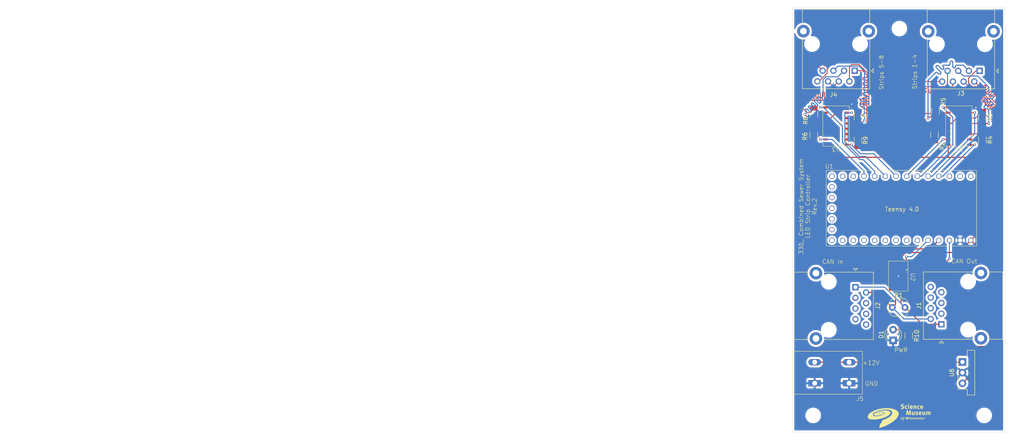
<source format=kicad_pcb>
(kicad_pcb (version 20240108) (generator "pcbnew") (generator_version "8.0")
  (layers (0 "F.Cu" signal) (31 "B.Cu" signal) (34 "B.Paste" user) (35 "F.Paste" user) (36 "B.SilkS" user "B.Silkscreen") (37 "F.SilkS" user "F.Silkscreen") (38 "B.Mask" user) (39 "F.Mask" user) (44 "Edge.Cuts" user))
  (net 0 "")
  (net 1 "+12V")
  (net 2 "GND")
  (net 3 "+5V")
  (net 4 "Net-(U2-CA_NL)")
  (net 7 "Net-(U2-CA_NH)")
  (net 20 "/S6")
  (net 23 "/S8")
  (net 24 "/S5")
  (net 25 "Net-(U1-D22)")
  (net 29 "/S2")
  (net 30 "/S1")
  (net 31 "/S3")
  (net 33 "Net-(U1-D23)")
  (net 35 "/S7")
  (net 40 "Net-(U2-STB)")
  (net 43 "/S4")
  (net 51 "/2Br-")
  (net 52 "/2Bl+")
  (net 53 "/2O-")
  (net 54 "/2Br+")
  (net 55 "/2O+")
  (net 56 "/2G-")
  (net 57 "/2G+")
  (net 58 "/2Bl-")
  (net 59 "/1O+")
  (net 60 "/1Br+")
  (net 61 "/1Br-")
  (net 62 "/1Bl+")
  (net 63 "/1O-")
  (net 64 "/1Bl-")
  (net 65 "/1G-")
  (net 66 "/1G+")
  (net 67 "Net-(D1-A)")
  (footprint "Connector_RJ:RJ45_Ninigi_GE" (layer "F.Cu") (at 125.98 99.43 -90)
    (property "Reference" "J2")
    (property "Value" "8P8C")
  )
  (footprint "OptoDevice:R_LDR_5.0x4.1mm_P3mm_Vertical" (layer "F.Cu") (at 134.755 104.255)
    (property "Reference" "R1")
    (property "Value" "120")
  )
  (footprint "SMM:smm-logo-15mm" (layer "F.Cu") (at 136.38 130.065)
    (property "Reference" "G***")
    (property "Value" "LOGO" (hide yes))
  )
  (footprint "Resistor_SMD:R_1206_3216Metric" (layer "F.Cu") (at 144.78 63.1725 -90)
    (property "Reference" "R2")
    (property "Value" "120")
  )
  (footprint "Resistor_SMD:R_1206_3216Metric" (layer "F.Cu") (at 116.09 58.3175 -90)
    (property "Reference" "R8")
    (property "Value" "120")
  )
  (footprint "Resistor_SMD:R_1206_3216Metric" (layer "F.Cu") (at 116.06 63.2725 -90)
    (property "Reference" "R6")
    (property "Value" "120")
  )
  (footprint "Resistor_SMD:R_1206_3216Metric" (layer "F.Cu") (at 126.57 64.5325 -90)
    (property "Reference" "R9")
    (property "Value" "120")
  )
  (footprint "MountingHole:MountingHole_3.2mm_M3" (layer "F.Cu") (at 156.6 129.94)
    (property "Reference" "REF**" (hide yes))
    (property "Value" "MountingHole_3.2mm_M3")
  )
  (footprint "Connector_RJ:RJ45_Ninigi_GE" (layer "F.Cu") (at 125.815 47.95 180)
    (property "Reference" "J4")
    (property "Value" "RJ45")
  )
  (footprint "Resistor_SMD:R_1206_3216Metric" (layer "F.Cu") (at 138.655 110.9975 90)
    (property "Reference" "R10")
    (property "Value" "R")
  )
  (footprint "LED_THT:LED_D3.0mm" (layer "F.Cu") (at 134.93 112.08 90)
    (property "Reference" "D1")
    (property "Value" "LED")
  )
  (footprint "Converter_DCDC:Converter_DCDC_Murata_OKI-78SR_Vertical" (layer "F.Cu") (at 151.43 117.225 -90)
    (property "Reference" "U6")
    (property "Value" "OKI-78SR")
  )
  (footprint "Connector_RJ:RJ45_Ninigi_GE" (layer "F.Cu") (at 155.505 47.995 180)
    (property "Reference" "J3")
    (property "Value" "RJ45")
  )
  (footprint "MountingHole:MountingHole_3.2mm_M3" (layer "F.Cu") (at 115.93 129.94)
    (property "Reference" "REF**" (hide yes))
    (property "Value" "MountingHole_3.2mm_M3")
  )
  (footprint "Module:Teensy 4.0" (layer "F.Cu") (at 119.12 71.77 -90)
    (property "Reference" "U1")
    (property "Value" "~")
  )
  (footprint "SMM:TCAN1462VDRQ1" (layer "F.Cu") (at 138.06 94.105 -90)
    (property "Reference" "U2")
    (property "Value" "~")
  )
  (footprint "SMM:DS26C31TMX" (layer "F.Cu") (at 153.11 65.574262 180)
    (property "Reference" "U5")
    (property "Value" "~")
  )
  (footprint "Resistor_SMD:R_1206_3216Metric" (layer "F.Cu") (at 156.17 59.0675 -90)
    (property "Reference" "R3")
    (property "Value" "120")
  )
  (footprint "Resistor_SMD:R_1206_3216Metric" (layer "F.Cu") (at 126.57 59.0275 -90)
    (property "Reference" "R7")
    (property "Value" "120")
  )
  (footprint "SMM:TerminalBlock_Wago_2x1_2604_1102" (layer "F.Cu") (at 116.28 122.28 90)
    (property "Reference" "J5")
    (property "Value" "Screw_Terminal_01x02")
  )
  (footprint "Resistor_SMD:R_1206_3216Metric" (layer "F.Cu") (at 145.01 57.6475 -90)
    (property "Reference" "R5")
    (property "Value" "120")
  )
  (footprint "Resistor_SMD:R_1206_3216Metric" (layer "F.Cu") (at 156.19 64.4025 -90)
    (property "Reference" "R4")
    (property "Value" "120")
  )
  (footprint "Connector_RJ:RJ45_Ninigi_GE" (layer "F.Cu") (at 146.42 108.27 90)
    (property "Reference" "J1")
    (property "Value" "8P8C")
  )
  (footprint "MountingHole:MountingHole_3.2mm_M3" (layer "F.Cu") (at 136.43 37.94)
    (property "Reference" "REF**" (hide yes))
    (property "Value" "MountingHole_3.2mm_M3")
  )
  (footprint "SMM:DS26C31TMX" (layer "F.Cu") (at 123.92 65.574262 180)
    (property "Reference" "U3")
    (property "Value" "~")
  )
  (gr_rect (start 110.93 32.885) (end 161.6 133.99) (stroke (width 0.05)) (fill none) (layer "Edge.Cuts"))
  (gr_text "." (at 137.78 95.49 0) (layer "F.SilkS") (effects (font (size 1 1) (thickness 0.2) (bold yes)) (justify left bottom)))
  (gr_text "Teensy 4.0" (at 132.905 81.49 0) (layer "F.SilkS") (effects (font (size 1 1) (thickness 0.125)) (justify left bottom)))
  (gr_text "330_ Combined Sewer System\nLED Strip Controller\nRev.2" (at 116.855 80.24 90) (layer "F.SilkS") (effects (font (size 1 1) (thickness 0.1)) (justify bottom)))
  (gr_text "+12V" (at 127.63 118.005 0) (layer "F.SilkS") (effects (font (size 1 1) (thickness 0.1)) (justify left bottom)))
  (gr_text "PWR" (at 135.18 115.005 0) (layer "F.SilkS") (effects (font (size 1 1) (thickness 0.1)) (justify left bottom)))
  (gr_text "." (at 151.68 65.79 0) (layer "F.SilkS") (effects (font (size 1 1) (thickness 0.2) (bold yes)) (justify left bottom)))
  (gr_text "Strips 5-8" (at 132.75 52.55 90) (layer "F.SilkS") (effects (font (size 1 1) (thickness 0.1)) (justify left bottom)))
  (gr_text "CAN Out" (at 148.68 93.855 0) (layer "F.SilkS") (effects (font (size 1 1) (thickness 0.1)) (justify left bottom)))
  (gr_text "CAN In" (at 117.98 93.965 0) (layer "F.SilkS") (effects (font (size 1 1) (thickness 0.1)) (justify left bottom)))
  (gr_text "." (at 122.53 65.79 0) (layer "F.SilkS") (effects (font (size 1 1) (thickness 0.2) (bold yes)) (justify left bottom)))
  (gr_text "GND" (at 128.205 122.955 0) (layer "F.SilkS") (effects (font (size 1 1) (thickness 0.1)) (justify left bottom)))
  (gr_text "Strips 1-4" (at 140.67 52.42 90) (layer "F.SilkS") (effects (font (size 1 1) (thickness 0.1)) (justify left bottom)))
  (segment (start 124.48 117.28) (end 151.375 117.28) (width 0.254) (layer "F.Cu") (net 1))
  (segment (start 116.28 117.28) (end 124.48 117.28) (width 0.254) (layer "F.Cu") (net 1))
  (segment (start 151.375 117.28) (end 151.43 117.225) (width 0.254) (layer "F.Cu") (net 1))
  (segment (start 124.275738 56.684262) (end 123.92 56.684262) (width 0.254) (layer "F.Cu") (net 2))
  (segment (start 136.79 96.28) (end 136.23 96.84) (width 0.254) (layer "F.Cu") (net 2))
  (segment (start 134.25 97.92) (end 135.33 96.84) (width 0.254) (layer "F.Cu") (net 2))
  (segment (start 148.785738 60.494262) (end 152.595738 56.684262) (width 0.2) (layer "F.Cu") (net 2))
  (segment (start 125.06 55.9) (end 124.275738 56.684262) (width 0.254) (layer "F.Cu") (net 2))
  (segment (start 152.595738 56.684262) (end 153.11 56.684262) (width 0.2) (layer "F.Cu") (net 2))
  (segment (start 135.33 96.84) (end 136.23 96.84) (width 0.254) (layer "F.Cu") (net 2))
  (segment (start 136.79 94.105) (end 136.79 96.28) (width 0.254) (layer "F.Cu") (net 2))
  (segment (start 148.03 60.494262) (end 148.785738 60.494262) (width 0.2) (layer "F.Cu") (net 2))
  (segment (start 153.11 56.684262) (end 154.624262 56.684262) (width 0.2) (layer "F.Cu") (net 2))
  (segment (start 123.92 56.684262) (end 122.65 56.684262) (width 0.254) (layer "F.Cu") (net 2))
  (segment (start 154.624262 56.684262) (end 154.63 56.69) (width 0.2) (layer "F.Cu") (net 2))
  (segment (start 122.65 56.684262) (end 118.84 60.494262) (width 0.254) (layer "F.Cu") (net 2))
  (segment (start 134.25 99.505) (end 134.25 97.92) (width 0.254) (layer "F.Cu") (net 2))
  (via (at 125.06 55.9) (size 0.6) (drill 0.3) (layers "F.Cu" "B.Cu") (net 2))
  (via (at 136.23 96.84) (size 0.6) (drill 0.3) (layers "F.Cu" "B.Cu") (net 2))
  (via (at 154.63 56.69) (size 0.6) (drill 0.3) (layers "F.Cu" "B.Cu") (net 2))
  (segment (start 135.52 94.105) (end 135.52 93.6415) (width 0.254) (layer "F.Cu") (net 3))
  (segment (start 153.41 88.28) (end 155.4 86.29) (width 0.254) (layer "F.Cu") (net 3))
  (segment (start 148.03 65.574262) (end 148.03 68.55) (width 0.254) (layer "F.Cu") (net 3))
  (segment (start 139.735 113.54) (end 158.73 113.54) (width 0.254) (layer "F.Cu") (net 3))
  (segment (start 155.3 71.06) (end 152.8 68.56) (width 0.254) (layer "F.Cu") (net 3))
  (segment (start 158.73 115.005) (end 158.73 113.54) (width 0.254) (layer "F.Cu") (net 3))
  (segment (start 158.73 113.54) (end 158.73 93.6) (width 0.254) (layer "F.Cu") (net 3))
  (segment (start 148.03 68.55) (end 148.04 68.56) (width 0.254) (layer "F.Cu") (net 3))
  (segment (start 135.52 93.6415) (end 137.9715 91.19) (width 0.254) (layer "F.Cu") (net 3))
  (segment (start 158.73 93.6) (end 153.41 88.28) (width 0.254) (layer "F.Cu") (net 3))
  (segment (start 150.5 91.19) (end 153.41 88.28) (width 0.254) (layer "F.Cu") (net 3))
  (segment (start 137.9715 91.19) (end 150.5 91.19) (width 0.254) (layer "F.Cu") (net 3))
  (segment (start 118.84 67.82) (end 119.58 68.56) (width 0.254) (layer "F.Cu") (net 3))
  (segment (start 119.58 68.56) (end 148.04 68.56) (width 0.254) (layer "F.Cu") (net 3))
  (segment (start 138.655 112.46) (end 139.735 113.54) (width 0.254) (layer "F.Cu") (net 3))
  (segment (start 152.8 68.56) (end 148.04 68.56) (width 0.254) (layer "F.Cu") (net 3))
  (segment (start 151.43 122.305) (end 158.73 115.005) (width 0.254) (layer "F.Cu") (net 3))
  (segment (start 155.4 86.29) (end 155.4 71.16) (width 0.254) (layer "F.Cu") (net 3))
  (segment (start 118.84 65.574262) (end 118.84 67.82) (width 0.254) (layer "F.Cu") (net 3))
  (segment (start 135.52 99.505) (end 135.52 103.49) (width 0.254) (layer "F.Cu") (net 4))
  (segment (start 135.52 103.49) (end 134.755 104.255) (width 0.254) (layer "F.Cu") (net 4))
  (segment (start 131.2 100.7) (end 128.52 100.7) (width 0.254) (layer "F.Cu") (net 4))
  (segment (start 134.755 104.255) (end 131.2 100.7) (width 0.254) (layer "F.Cu") (net 4))
  (segment (start 137.5 107) (end 143.88 107) (width 0.254) (layer "B.Cu") (net 4))
  (segment (start 134.755 104.255) (end 137.5 107) (width 0.254) (layer "B.Cu") (net 4))
  (segment (start 137.755 104.255) (end 137.865 104.255) (width 0.254) (layer "F.Cu") (net 7))
  (segment (start 136.79 99.505) (end 136.79 103.29) (width 0.254) (layer "F.Cu") (net 7))
  (segment (start 137.865 104.255) (end 141.88 108.27) (width 0.254) (layer "F.Cu") (net 7))
  (segment (start 136.79 103.29) (end 137.755 104.255) (width 0.254) (layer "F.Cu") (net 7))
  (segment (start 141.88 108.27) (end 146.42 108.27) (width 0.254) (layer "F.Cu") (net 7))
  (segment (start 132.93 99.43) (end 125.98 99.43) (width 0.254) (layer "B.Cu") (net 7))
  (segment (start 137.755 104.255) (end 132.93 99.43) (width 0.254) (layer "B.Cu") (net 7))
  (segment (start 125.074262 57.954262) (end 125.08 57.96) (width 0.254) (layer "F.Cu") (net 20))
  (segment (start 123.92 57.954262) (end 125.074262 57.954262) (width 0.254) (layer "F.Cu") (net 20))
  (via (at 125.08 57.96) (size 0.6) (drill 0.3) (layers "F.Cu" "B.Cu") (net 20))
  (segment (start 128.4 68.35) (end 132.99 72.94) (width 0.254) (layer "B.Cu") (net 20))
  (segment (start 125.08 57.96) (end 123.5 57.96) (width 0.254) (layer "B.Cu") (net 20))
  (segment (start 123.47 57.93) (end 123.47 64.906712) (width 0.254) (layer "B.Cu") (net 20))
  (segment (start 123.5 57.96) (end 123.47 57.93) (width 0.254) (layer "B.Cu") (net 20))
  (segment (start 126.913288 68.35) (end 128.4 68.35) (width 0.254) (layer "B.Cu") (net 20))
  (segment (start 123.47 64.906712) (end 126.913288 68.35) (width 0.254) (layer "B.Cu") (net 20))
  (segment (start 117.644262 64.304262) (end 117.64 64.3) (width 0.254) (layer "F.Cu") (net 23))
  (segment (start 118.84 64.304262) (end 117.644262 64.304262) (width 0.254) (layer "F.Cu") (net 23))
  (via (at 117.64 64.3) (size 0.6) (drill 0.3) (layers "F.Cu" "B.Cu") (net 23))
  (segment (start 117.64 64.3) (end 120.45 64.3) (width 0.254) (layer "B.Cu") (net 23))
  (segment (start 120.45 64.3) (end 128.01 71.86) (width 0.254) (layer "B.Cu") (net 23))
  (segment (start 128.01 71.86) (end 128.01 73.04) (width 0.254) (layer "B.Cu") (net 23))
  (segment (start 125.024262 65.574262) (end 125.03 65.58) (width 0.254) (layer "F.Cu") (net 24))
  (segment (start 123.92 65.574262) (end 125.024262 65.574262) (width 0.254) (layer "F.Cu") (net 24))
  (via (at 125.03 65.58) (size 0.6) (drill 0.3) (layers "F.Cu" "B.Cu") (net 24))
  (segment (start 127.16 67.71) (end 125.03 65.58) (width 0.254) (layer "B.Cu") (net 24))
  (segment (start 135.53 72.94) (end 130.3 67.71) (width 0.254) (layer "B.Cu") (net 24))
  (segment (start 130.3 67.71) (end 127.16 67.71) (width 0.254) (layer "B.Cu") (net 24))
  (segment (start 138.06 92.195) (end 138.055 92.19) (width 0.254) (layer "F.Cu") (net 25))
  (segment (start 138.06 94.105) (end 138.06 92.195) (width 0.254) (layer "F.Cu") (net 25))
  (via (at 138.055 92.19) (size 0.6) (drill 0.3) (layers "F.Cu" "B.Cu") (net 25))
  (segment (start 138.055 92.19) (end 139.34 92.19) (width 0.254) (layer "B.Cu") (net 25))
  (segment (start 139.34 92.19) (end 143.25 88.28) (width 0.254) (layer "B.Cu") (net 25))
  (segment (start 153.11 57.954262) (end 154.305738 57.954262) (width 0.254) (layer "F.Cu") (net 29))
  (segment (start 154.305738 57.954262) (end 154.33 57.93) (width 0.254) (layer "F.Cu") (net 29))
  (via (at 154.33 57.93) (size 0.6) (drill 0.3) (layers "F.Cu" "B.Cu") (net 29))
  (segment (start 154.33 57.93) (end 154.33 62.94) (width 0.254) (layer "B.Cu") (net 29))
  (segment (start 144.23 73.04) (end 143.25 73.04) (width 0.254) (layer "B.Cu") (net 29))
  (segment (start 154.33 62.94) (end 144.23 73.04) (width 0.254) (layer "B.Cu") (net 29))
  (segment (start 154.344262 65.574262) (end 154.35 65.58) (width 0.254) (layer "F.Cu") (net 30))
  (segment (start 153.11 65.574262) (end 154.344262 65.574262) (width 0.254) (layer "F.Cu") (net 30))
  (via (at 154.35 65.58) (size 0.6) (drill 0.3) (layers "F.Cu" "B.Cu") (net 30))
  (segment (start 145.79 73.04) (end 146.77 73.04) (width 0.254) (layer "B.Cu") (net 30))
  (segment (start 154.23 65.58) (end 154.35 65.58) (width 0.254) (layer "B.Cu") (net 30))
  (segment (start 146.77 73.04) (end 154.23 65.58) (width 0.254) (layer "B.Cu") (net 30))
  (segment (start 148.03 56.684262) (end 146.825738 56.684262) (width 0.254) (layer "F.Cu") (net 31))
  (segment (start 146.825738 56.684262) (end 146.8 56.71) (width 0.254) (layer "F.Cu") (net 31))
  (via (at 146.8 56.71) (size 0.6) (drill 0.3) (layers "F.Cu" "B.Cu") (net 31))
  (segment (start 149.13 65.6) (end 149.13 59.04) (width 0.254) (layer "B.Cu") (net 31))
  (segment (start 140.71 73.04) (end 141.69 73.04) (width 0.254) (layer "B.Cu") (net 31))
  (segment (start 149.13 59.04) (end 146.8 56.71) (width 0.254) (layer "B.Cu") (net 31))
  (segment (start 141.69 73.04) (end 149.13 65.6) (width 0.254) (layer "B.Cu") (net 31))
  (segment (start 134.25 93.6351) (end 137.5451 90.34) (width 0.254) (layer "F.Cu") (net 33))
  (segment (start 137.5451 90.34) (end 143.73 90.34) (width 0.254) (layer "F.Cu") (net 33))
  (segment (start 134.25 94.105) (end 134.25 93.6351) (width 0.254) (layer "F.Cu") (net 33))
  (segment (start 143.73 90.34) (end 145.79 88.28) (width 0.254) (layer "F.Cu") (net 33))
  (segment (start 117.63 56.684262) (end 118.84 56.684262) (width 0.254) (layer "F.Cu") (net 35))
  (via (at 117.63 56.684262) (size 0.6) (drill 0.3) (layers "F.Cu" "B.Cu") (net 35))
  (segment (start 122.89 64.968764) (end 122.89 61.18) (width 0.254) (layer "B.Cu") (net 35))
  (segment (start 127.78 69.09) (end 127.011236 69.09) (width 0.254) (layer "B.Cu") (net 35))
  (segment (start 118.394262 56.684262) (end 117.63 56.684262) (width 0.254) (layer "B.Cu") (net 35))
  (segment (start 122.89 61.18) (end 118.394262 56.684262) (width 0.254) (layer "B.Cu") (net 35))
  (segment (start 130.55 71.86) (end 127.78 69.09) (width 0.254) (layer "B.Cu") (net 35))
  (segment (start 127.011236 69.09) (end 122.89 64.968764) (width 0.254) (layer "B.Cu") (net 35))
  (segment (start 130.55 73.04) (end 130.55 71.86) (width 0.254) (layer "B.Cu") (net 35))
  (segment (start 141.515 99.505) (end 138.06 99.505) (width 0.254) (layer "F.Cu") (net 40))
  (segment (start 148.305 92.715) (end 141.515 99.505) (width 0.254) (layer "F.Cu") (net 40))
  (via (at 148.305 92.715) (size 0.6) (drill 0.3) (layers "F.Cu" "B.Cu") (net 40))
  (segment (start 148.33 92.69) (end 148.33 88.28) (width 0.254) (layer "B.Cu") (net 40))
  (segment (start 148.305 92.715) (end 148.33 92.69) (width 0.254) (layer "B.Cu") (net 40))
  (segment (start 146.825738 64.304262) (end 146.82 64.31) (width 0.254) (layer "F.Cu") (net 43))
  (segment (start 148.03 64.304262) (end 146.825738 64.304262) (width 0.254) (layer "F.Cu") (net 43))
  (via (at 146.82 64.31) (size 0.6) (drill 0.3) (layers "F.Cu" "B.Cu") (net 43))
  (segment (start 138.17 73.04) (end 138.17 72.96) (width 0.254) (layer "B.Cu") (net 43))
  (segment (start 138.17 72.96) (end 146.82 64.31) (width 0.254) (layer "B.Cu") (net 43))
  (segment (start 140.53 58.779314) (end 140.53 58.297108) (width 0.2) (layer "F.Cu") (net 51))
  (segment (start 147.885 51.075) (end 147.885 47.995) (width 0.2) (layer "F.Cu") (net 51))
  (segment (start 142.665776 60.915089) (end 142.743558 60.992872) (width 0.2) (layer "F.Cu") (net 51))
  (segment (start 140.862658 60.384764) (end 140.940439 60.462545) (width 0.2) (layer "F.Cu") (net 51))
  (segment (start 142.743558 60.992872) (end 143.107537 61.356851) (width 0.2) (layer "F.Cu") (net 51))
  (segment (start 141.251566 60.462545) (end 141.732398 59.981712) (width 0.2) (layer "F.Cu") (net 51))
  (segment (start 140.53 57.347108) (end 140.53 57.097108) (width 0.2) (layer "F.Cu") (net 51))
  (segment (start 143.598186 61.8475) (end 144.77 61.8475) (width 0.2) (layer "F.Cu") (net 51))
  (segment (start 144.77 61.8475) (end 144.78 61.8375) (width 0.2) (layer "F.Cu") (net 51))
  (segment (start 143.107537 61.356851) (end 143.598186 61.8475) (width 0.2) (layer "F.Cu") (net 51))
  (segment (start 141.499054 59.437242) (end 140.862658 60.073637) (width 0.2) (layer "F.Cu") (net 51))
  (segment (start 144.78 61.8375) (end 144.78 61.71) (width 0.2) (layer "F.Cu") (net 51))
  (segment (start 141.640472 61.162578) (end 141.718253 61.240359) (width 0.2) (layer "F.Cu") (net 51))
  (segment (start 144.834262 61.764262) (end 144.78 61.71) (width 0.2) (layer "F.Cu") (net 51))
  (segment (start 142.524357 59.500879) (end 142.602138 59.57866) (width 0.2) (layer "F.Cu") (net 51))
  (segment (start 142.602139 59.889788) (end 142.121305 60.370619) (width 0.2) (layer "F.Cu") (net 51))
  (segment (start 140.88 57.947108) (end 140.88 57.697108) (width 0.2) (layer "F.Cu") (net 51))
  (segment (start 147.22 51.74) (end 147.885 51.075) (width 0.2) (layer "F.Cu") (net 51))
  (segment (start 141.746543 58.723065) (end 141.824324 58.800846) (width 0.2) (layer "F.Cu") (net 51))
  (segment (start 140.53 53.29) (end 142.08 51.74) (width 0.2) (layer "F.Cu") (net 51))
  (segment (start 148.03 61.764262) (end 144.834262 61.764262) (width 0.2) (layer "F.Cu") (net 51))
  (segment (start 142.121305 60.370619) (end 141.640472 60.851451) (width 0.2) (layer "F.Cu") (net 51))
  (segment (start 142.08 51.74) (end 147.22 51.74) (width 0.2) (layer "F.Cu") (net 51))
  (segment (start 141.824325 59.111974) (end 141.499054 59.437242) (width 0.2) (layer "F.Cu") (net 51))
  (segment (start 141.732398 59.981712) (end 142.213229 59.500878) (width 0.2) (layer "F.Cu") (net 51))
  (segment (start 140.53 53.335612) (end 140.53 53.29) (width 0.2) (layer "F.Cu") (net 51))
  (segment (start 140.53 57.097108) (end 140.53 53.335612) (width 0.2) (layer "F.Cu") (net 51))
  (segment (start 141.110147 59.048335) (end 141.435417 58.723066) (width 0.2) (layer "F.Cu") (net 51))
  (segment (start 140.799021 59.048335) (end 140.53 58.779314) (width 0.2) (layer "F.Cu") (net 51))
  (segment (start 142.02938 61.240359) (end 142.354649 60.915089) (width 0.2) (layer "F.Cu") (net 51))
  (arc (start 141.640472 60.851451) (mid 141.576036 61.007014) (end 141.640472 61.162578) (width 0.2) (layer "F.Cu") (net 51))
  (arc (start 142.213229 59.500878) (mid 142.368793 59.436443) (end 142.524357 59.500879) (width 0.2) (layer "F.Cu") (net 51))
  (arc (start 142.354649 60.915089) (mid 142.510212 60.850653) (end 142.665776 60.915089) (width 0.2) (layer "F.Cu") (net 51))
  (arc (start 142.602138 59.57866) (mid 142.666574 59.734224) (end 142.602139 59.889788) (width 0.2) (layer "F.Cu") (net 51))
  (arc (start 141.435417 58.723066) (mid 141.590979 58.658629) (end 141.746543 58.723065) (width 0.2) (layer "F.Cu") (net 51))
  (arc (start 140.88 57.697108) (mid 140.828744 57.573364) (end 140.705 57.522108) (width 0.2) (layer "F.Cu") (net 51))
  (arc (start 140.705 57.522108) (mid 140.581256 57.470852) (end 140.53 57.347108) (width 0.2) (layer "F.Cu") (net 51))
  (arc (start 140.53 58.297108) (mid 140.581256 58.173364) (end 140.705 58.122108) (width 0.2) (layer "F.Cu") (net 51))
  (arc (start 140.799021 59.048335) (mid 140.954585 59.112772) (end 141.110147 59.048335) (width 0.2) (layer "F.Cu") (net 51))
  (arc (start 140.705 58.122108) (mid 140.828744 58.070852) (end 140.88 57.947108) (width 0.2) (layer "F.Cu") (net 51))
  (arc (start 141.718253 61.240359) (mid 141.873817 61.304795) (end 142.02938 61.240359) (width 0.2) (layer "F.Cu") (net 51))
  (arc (start 140.862658 60.073637) (mid 140.798222 60.2292) (end 140.862658 60.384764) (width 0.2) (layer "F.Cu") (net 51))
  (arc (start 140.940439 60.462545) (mid 141.096003 60.526981) (end 141.251566 60.462545) (width 0.2) (layer "F.Cu") (net 51))
  (arc (start 141.824324 58.800846) (mid 141.88876 58.95641) (end 141.824325 59.111974) (width 0.2) (layer "F.Cu") (net 51))
  (segment (start 156.886202 55.946813) (end 156.829633 55.890244) (width 0.2) (layer "F.Cu") (net 52))
  (segment (start 155.365921 53.167882) (end 154.849734 53.68407) (width 0.2) (layer "F.Cu") (net 52))
  (segment (start 155.132575 53.966912) (end 155.648763 53.450725) (width 0.2) (layer "F.Cu") (net 52))
  (segment (start 158.760037 56.561998) (end 158.24385 57.078186) (width 0.2) (layer "F.Cu") (net 52))
  (segment (start 157.628665 55.430626) (end 157.112478 55.946814) (width 0.2) (layer "F.Cu") (net 52))
  (segment (start 157.062979 54.86494) (end 156.546792 55.381128) (width 0.2) (layer "F.Cu") (net 52))
  (segment (start 159.33 58.81) (end 159.33 56.905686) (width 0.2) (layer "F.Cu") (net 52))
  (segment (start 156.320516 55.381127) (end 156.263947 55.324558) (width 0.2) (layer "F.Cu") (net 52))
  (segment (start 154.623458 53.684069) (end 154.566889 53.6275) (width 0.2) (layer "F.Cu") (net 52))
  (segment (start 157.451888 56.512499) (end 157.395319 56.45593) (width 0.2) (layer "F.Cu") (net 52))
  (segment (start 158.194351 55.996312) (end 157.678164 56.5125) (width 0.2) (layer "F.Cu") (net 52))
  (segment (start 154.624314 52.2) (end 153.611354 52.2) (width 0.2) (layer "F.Cu") (net 52))
  (segment (start 156.263947 55.098284) (end 156.780135 54.582097) (width 0.2) (layer "F.Cu") (net 52))
  (segment (start 156.214448 53.790135) (end 156.157883 53.733569) (width 0.2) (layer "F.Cu") (net 52))
  (segment (start 157.395319 56.229656) (end 157.911507 55.713469) (width 0.2) (layer "F.Cu") (net 52))
  (segment (start 158.71 59.43) (end 159.33 58.81) (width 0.2) (layer "F.Cu") (net 52))
  (segment (start 156.780134 54.355821) (end 156.723569 54.299255) (width 0.2) (layer "F.Cu") (net 52))
  (segment (start 155.648762 53.224449) (end 155.592197 53.167883) (width 0.2) (layer "F.Cu") (net 52))
  (segment (start 158.017574 57.078185) (end 157.961005 57.021616) (width 0.2) (layer "F.Cu") (net 52))
  (segment (start 155.189144 54.249755) (end 155.132575 54.193186) (width 0.2) (layer "F.Cu") (net 52))
  (segment (start 157.911506 55.487193) (end 157.854941 55.430627) (width 0.2) (layer "F.Cu") (net 52))
  (segment (start 159.33 56.905686) (end 158.986313 56.561999) (width 0.2) (layer "F.Cu") (net 52))
  (segment (start 155.931607 53.733568) (end 155.41542 54.249756) (width 0.2) (layer "F.Cu") (net 52))
  (segment (start 154.550738 59.224262) (end 156.17 57.605) (width 0.2) (layer "F.Cu") (net 52))
  (segment (start 157.961005 56.795342) (end 158.477193 56.279155) (width 0.2) (layer "F.Cu") (net 52))
  (segment (start 153.11 59.224262) (end 154.550738 59.224262) (width 0.2) (layer "F.Cu") (net 52))
  (segment (start 155.75483 54.815441) (end 155.698261 54.758872) (width 0.2) (layer "F.Cu") (net 52))
  (segment (start 156.829633 55.66397) (end 157.345821 55.147783) (width 0.2) (layer "F.Cu") (net 52))
  (segment (start 157.34582 54.921507) (end 157.289255 54.864941) (width 0.2) (layer "F.Cu") (net 52))
  (segment (start 156.497293 54.299254) (end 155.981106 54.815442) (width 0.2) (layer "F.Cu") (net 52))
  (segment (start 157.995 59.43) (end 158.71 59.43) (width 0.2) (layer "F.Cu") (net 52))
  (segment (start 153.36 52.2) (end 151.695 50.535) (width 0.2) (layer "F.Cu") (net 52))
  (segment (start 155.083076 52.658763) (end 155.026511 52.602197) (width 0.2) (layer "F.Cu") (net 52))
  (segment (start 156.17 57.605) (end 157.995 59.43) (width 0.2) (layer "F.Cu") (net 52))
  (segment (start 155.698261 54.532598) (end 156.214449 54.016411) (width 0.2) (layer "F.Cu") (net 52))
  (segment (start 154.566889 53.401226) (end 155.083077 52.885039) (width 0.2) (layer "F.Cu") (net 52))
  (segment (start 158.477192 56.052879) (end 158.420627 55.996313) (width 0.2) (layer "F.Cu") (net 52))
  (segment (start 153.611354 52.2) (end 153.36 52.2) (width 0.2) (layer "F.Cu") (net 52))
  (segment (start 155.026511 52.602197) (end 154.624314 52.2) (width 0.2) (layer "F.Cu") (net 52))
  (arc (start 155.648763 53.450725) (mid 155.695625 53.337586) (end 155.648762 53.224449) (width 0.2) (layer "F.Cu") (net 52))
  (arc (start 158.24385 57.078186) (mid 158.130711 57.125048) (end 158.017574 57.078185) (width 0.2) (layer "F.Cu") (net 52))
  (arc (start 155.083077 52.885039) (mid 155.129939 52.7719) (end 155.083076 52.658763) (width 0.2) (layer "F.Cu") (net 52))
  (arc (start 155.592197 53.167883) (mid 155.479059 53.121018) (end 155.365921 53.167882) (width 0.2) (layer "F.Cu") (net 52))
  (arc (start 155.132575 54.193186) (mid 155.085712 54.080049) (end 155.132575 53.966912) (width 0.2) (layer "F.Cu") (net 52))
  (arc (start 157.289255 54.864941) (mid 157.176117 54.818076) (end 157.062979 54.86494) (width 0.2) (layer "F.Cu") (net 52))
  (arc (start 157.345821 55.147783) (mid 157.392683 55.034644) (end 157.34582 54.921507) (width 0.2) (layer "F.Cu") (net 52))
  (arc (start 157.961005 57.021616) (mid 157.914142 56.908479) (end 157.961005 56.795342) (width 0.2) (layer "F.Cu") (net 52))
  (arc (start 156.263947 55.324558) (mid 156.217084 55.211421) (end 156.263947 55.098284) (width 0.2) (layer "F.Cu") (net 52))
  (arc (start 157.112478 55.946814) (mid 156.999339 55.993676) (end 156.886202 55.946813) (width 0.2) (layer "F.Cu") (net 52))
  (arc (start 157.395319 56.45593) (mid 157.348456 56.342793) (end 157.395319 56.229656) (width 0.2) (layer "F.Cu") (net 52))
  (arc (start 156.157883 53.733569) (mid 156.044745 53.686704) (end 155.931607 53.733568) (width 0.2) (layer "F.Cu") (net 52))
  (arc (start 155.981106 54.815442) (mid 155.867967 54.862304) (end 155.75483 54.815441) (width 0.2) (layer "F.Cu") (net 52))
  (arc (start 156.214449 54.016411) (mid 156.261311 53.903272) (end 156.214448 53.790135) (width 0.2) (layer "F.Cu") (net 52))
  (arc (start 156.546792 55.381128) (mid 156.433653 55.42799) (end 156.320516 55.381127) (width 0.2) (layer "F.Cu") (net 52))
  (arc (start 157.911507 55.713469) (mid 157.958369 55.60033) (end 157.911506 55.487193) (width 0.2) (layer "F.Cu") (net 52))
  (arc (start 154.849734 53.68407) (mid 154.736595 53.730932) (end 154.623458 53.684069) (width 0.2) (layer "F.Cu") (net 52))
  (arc (start 158.477193 56.279155) (mid 158.524055 56.166016) (end 158.477192 56.052879) (width 0.2) (layer "F.Cu") (net 52))
  (arc (start 155.41542 54.249756) (mid 155.302281 54.296618) (end 155.189144 54.249755) (width 0.2) (layer "F.Cu") (net 52))
  (arc (start 154.566889 53.6275) (mid 154.520026 53.514363) (end 154.566889 53.401226) (width 0.2) (layer "F.Cu") (net 52))
  (arc (start 157.854941 55.430627) (mid 157.741803 55.383762) (end 157.628665 55.430626) (width 0.2) (layer "F.Cu") (net 52))
  (arc (start 156.829633 55.890244) (mid 156.78277 55.777107) (end 156.829633 55.66397) (width 0.2) (layer "F.Cu") (net 52))
  (arc (start 156.723569 54.299255) (mid 156.610431 54.25239) (end 156.497293 54.299254) (width 0.2) (layer "F.Cu") (net 52))
  (arc (start 156.780135 54.582097) (mid 156.826997 54.468958) (end 156.780134 54.355821) (width 0.2) (layer "F.Cu") (net 52))
  (arc (start 158.986313 56.561999) (mid 158.873175 56.515134) (end 158.760037 56.561998) (width 0.2) (layer "F.Cu") (net 52))
  (arc (start 158.420627 55.996313) (mid 158.307489 55.949448) (end 158.194351 55.996312) (width 0.2) (layer "F.Cu") (net 52))
  (arc (start 155.698261 54.758872) (mid 155.651398 54.645735) (end 155.698261 54.532598) (width 0.2) (layer "F.Cu") (net 52))
  (arc (start 157.678164 56.5125) (mid 157.565025 56.559362) (end 157.451888 56.512499) (width 0.2) (layer "F.Cu") (net 52))
  (segment (start 145.01 59.11) (end 147.915738 59.11) (width 0.2) (layer "F.Cu") (net 53))
  (segment (start 144.53 59.02) (end 144.74 59.23) (width 0.2) (layer "F.Cu") (net 53))
  (segment (start 143.24 59.24) (end 143.46 59.02) (width 0.2) (layer "F.Cu") (net 53))
  (segment (start 152.965 47.995) (end 152.711891 47.995) (width 0.254) (layer "F.Cu") (net 53))
  (segment (start 147.915738 59.11) (end 148.03 59.224262) (width 0.2) (layer "F.Cu") (net 53))
  (segment (start 143.46 59.02) (end 144.53 59.02) (width 0.2) (layer "F.Cu") (net 53))
  (via (at 143.24 59.24) (size 0.6) (drill 0.3) (layers "F.Cu" "B.Cu") (net 53))
  (segment (start 149.770677 46.91) (end 149.770677 46.99) (width 0.254) (layer "B.Cu") (net 53))
  (segment (start 149.510677 47.25) (end 149.380677 47.25) (width 0.254) (layer "B.Cu") (net 53))
  (segment (start 146.83 47.017696) (end 146.921924 47.10962) (width 0.254) (layer "B.Cu") (net 53))
  (segment (start 145.726911 47.753087) (end 146.250172 48.276348) (width 0.254) (layer "B.Cu") (net 53))
  (segment (start 146.250171 48.644044) (end 146.158249 48.735967) (width 0.254) (layer "B.Cu") (net 53))
  (segment (start 145.083446 48.396557) (end 144.99152 48.488481) (width 0.254) (layer "B.Cu") (net 53))
  (segment (start 149.120677 46.91) (end 149.120677 45.91) (width 0.254) (layer "B.Cu") (net 53))
  (segment (start 146.921924 47.477316) (end 146.83 47.569241) (width 0.254) (layer "B.Cu") (net 53))
  (segment (start 145.203652 47.229828) (end 145.726911 47.753087) (width 0.254) (layer "B.Cu") (net 53))
  (segment (start 148.080677 46.65) (end 146.83 46.65) (width 0.254) (layer "B.Cu") (net 53))
  (segment (start 148.470677 45.91) (end 148.470677 46.39) (width 0.254) (layer "B.Cu") (net 53))
  (segment (start 148.860677 45.65) (end 148.730677 45.65) (width 0.254) (layer "B.Cu") (net 53))
  (segment (start 145.295576 46.770209) (end 145.203652 46.862132) (width 0.254) (layer "B.Cu") (net 53))
  (segment (start 151.62 46.65) (end 150.030677 46.65) (width 0.254) (layer "B.Cu") (net 53))
  (segment (start 146.462304 47.569241) (end 146.370381 47.477318) (width 0.254) (layer "B.Cu") (net 53))
  (segment (start 148.210677 46.65) (end 148.080677 46.65) (width 0.254) (layer "B.Cu") (net 53))
  (segment (start 143.24 50.24) (end 143.24 59.24) (width 0.254) (layer "B.Cu") (net 53))
  (segment (start 146.370381 47.477318) (end 145.663271 46.770209) (width 0.254) (layer "B.Cu") (net 53))
  (segment (start 149.120677 46.99) (end 149.120677 46.91) (width 0.254) (layer "B.Cu") (net 53))
  (segment (start 152.965 47.995) (end 151.62 46.65) (width 0.254) (layer "B.Cu") (net 53))
  (segment (start 145.790553 48.735967) (end 145.451142 48.396556) (width 0.254) (layer "B.Cu") (net 53))
  (segment (start 144.728593 48.751407) (end 143.24 50.24) (width 0.254) (layer "B.Cu") (net 53))
  (segment (start 144.99152 48.488481) (end 144.728593 48.751407) (width 0.254) (layer "B.Cu") (net 53))
  (arc (start 145.203652 46.862132) (mid 145.1275 47.04598) (end 145.203652 47.229828) (width 0.254) (layer "B.Cu") (net 53))
  (arc (start 146.250172 48.276348) (mid 146.326325 48.460195) (end 146.250171 48.644044) (width 0.254) (layer "B.Cu") (net 53))
  (arc (start 146.158249 48.735967) (mid 145.974401 48.812119) (end 145.790553 48.735967) (width 0.254) (layer "B.Cu") (net 53))
  (arc (start 149.120677 45.91) (mid 149.044525 45.726152) (end 148.860677 45.65) (width 0.254) (layer "B.Cu") (net 53))
  (arc (start 148.470677 46.39) (mid 148.394525 46.573848) (end 148.210677 46.65) (width 0.254) (layer "B.Cu") (net 53))
  (arc (start 148.730677 45.65) (mid 148.546829 45.726152) (end 148.470677 45.91) (width 0.254) (layer "B.Cu") (net 53))
  (arc (start 150.030677 46.65) (mid 149.846829 46.726152) (end 149.770677 46.91) (width 0.254) (layer "B.Cu") (net 53))
  (arc (start 149.380677 47.25) (mid 149.196829 47.173848) (end 149.120677 46.99) (width 0.254) (layer "B.Cu") (net 53))
  (arc (start 145.663271 46.770209) (mid 145.479424 46.694056) (end 145.295576 46.770209) (width 0.254) (layer "B.Cu") (net 53))
  (arc (start 146.83 46.65) (mid 146.753848 46.833848) (end 146.83 47.017696) (width 0.254) (layer "B.Cu") (net 53))
  (arc (start 145.451142 48.396556) (mid 145.267294 48.320404) (end 145.083446 48.396557) (width 0.254) (layer "B.Cu") (net 53))
  (arc (start 146.921924 47.10962) (mid 146.998076 47.293468) (end 146.921924 47.477316) (width 0.254) (layer "B.Cu") (net 53))
  (arc (start 149.770677 46.99) (mid 149.694525 47.173848) (end 149.510677 47.25) (width 0.254) (layer "B.Cu") (net 53))
  (arc (start 146.83 47.569241) (mid 146.646152 47.645393) (end 146.462304 47.569241) (width 0.254) (layer "B.Cu") (net 53))
  (segment (start 140.816368 50.747995) (end 140.759799 50.804563) (width 0.2) (layer "F.Cu") (net 54))
  (segment (start 140.17997 52.940026) (end 140.123403 52.996596) (width 0.2) (layer "F.Cu") (net 54))
  (segment (start 141.0285 51.865225) (end 140.476956 51.313681) (width 0.2) (layer "F.Cu") (net 54))
  (segment (start 141.594186 51.299539) (end 141.042642 50.747995) (width 0.2) (layer "F.Cu") (net 54))
  (segment (start 139.06 54.58) (end 139.84 54.58) (width 0.2) (layer "F.Cu") (net 54))
  (segment (start 148.03 63.034262) (end 146.380738 63.034262) (width 0.2) (layer "F.Cu") (net 54))
  (segment (start 139.684996 51.879367) (end 139.628427 51.935935) (width 0.2) (layer "F.Cu") (net 54))
  (segment (start 142.585 50.535) (end 141.820461 51.299539) (width 0.2) (layer "F.Cu") (net 54))
  (segment (start 146.615 50.535) (end 142.585 50.535) (width 0.2) (layer "F.Cu") (net 54))
  (segment (start 140.689089 52.43091) (end 140.689089 52.430911) (width 0.2) (layer "F.Cu") (net 54))
  (segment (start 146.380738 63.034262) (end 144.78 64.635) (width 0.2) (layer "F.Cu") (net 54))
  (segment (start 142.9175 63.4975) (end 143.6425 63.4975) (width 0.2) (layer "F.Cu") (net 54))
  (segment (start 138.9 54.34) (end 138.9 54.42) (width 0.2) (layer "F.Cu") (net 54))
  (segment (start 140.462814 52.430911) (end 139.91127 51.879367) (width 0.2) (layer "F.Cu") (net 54))
  (segment (start 143.6425 63.4975) (end 144.78 64.635) (width 0.2) (layer "F.Cu") (net 54))
  (segment (start 140 60.58) (end 140 55.074206) (width 0.2) (layer "F.Cu") (net 54))
  (segment (start 140 54.74) (end 140 54.82) (width 0.2) (layer "F.Cu") (net 54))
  (segment (start 140 54.82) (end 140 55.074206) (width 0.2) (layer "F.Cu") (net 54))
  (segment (start 140.194113 51.596523) (end 140.745656 52.148066) (width 0.2) (layer "F.Cu") (net 54))
  (segment (start 139.84 54.18) (end 139.06 54.18) (width 0.2) (layer "F.Cu") (net 54))
  (segment (start 139.628427 52.162209) (end 140.17997 52.713752) (width 0.2) (layer "F.Cu") (net 54))
  (segment (start 140.759799 51.030837) (end 141.311342 51.58238) (width 0.2) (layer "F.Cu") (net 54))
  (segment (start 140 53.12) (end 140 54.02) (width 0.2) (layer "F.Cu") (net 54))
  (segment (start 140.250682 51.313681) (end 140.194113 51.370249) (width 0.2) (layer "F.Cu") (net 54))
  (segment (start 142.9175 63.4975) (end 140 60.58) (width 0.2) (layer "F.Cu") (net 54))
  (segment (start 141.254775 51.865224) (end 141.254775 51.865225) (width 0.2) (layer "F.Cu") (net 54))
  (segment (start 140.745656 52.37434) (end 140.689089 52.43091) (width 0.2) (layer "F.Cu") (net 54))
  (segment (start 141.311342 51.808654) (end 141.254775 51.865224) (width 0.2) (layer "F.Cu") (net 54))
  (segment (start 140.123403 52.996596) (end 140 53.12) (width 0.2) (layer "F.Cu") (net 54))
  (arc (start 140.745656 52.148066) (mid 140.792519 52.261203) (end 140.745656 52.37434) (width 0.2) (layer "F.Cu") (net 54))
  (arc (start 141.254775 51.865225) (mid 141.141637 51.912088) (end 141.0285 51.865225) (width 0.2) (layer "F.Cu") (net 54))
  (arc (start 140 54.02) (mid 139.953137 54.133137) (end 139.84 54.18) (width 0.2) (layer "F.Cu") (net 54))
  (arc (start 140.476956 51.313681) (mid 140.363819 51.266818) (end 140.250682 51.313681) (width 0.2) (layer "F.Cu") (net 54))
  (arc (start 140.17997 52.713752) (mid 140.226833 52.826889) (end 140.17997 52.940026) (width 0.2) (layer "F.Cu") (net 54))
  (arc (start 139.84 54.58) (mid 139.953137 54.626863) (end 140 54.74) (width 0.2) (layer "F.Cu") (net 54))
  (arc (start 140.689089 52.430911) (mid 140.575951 52.477774) (end 140.462814 52.430911) (width 0.2) (layer "F.Cu") (net 54))
  (arc (start 138.9 54.42) (mid 138.946863 54.533137) (end 139.06 54.58) (width 0.2) (layer "F.Cu") (net 54))
  (arc (start 139.628427 51.935935) (mid 139.581564 52.049072) (end 139.628427 52.162209) (width 0.2) (layer "F.Cu") (net 54))
  (arc (start 141.311342 51.58238) (mid 141.358205 51.695517) (end 141.311342 51.808654) (width 0.2) (layer "F.Cu") (net 54))
  (arc (start 141.042642 50.747995) (mid 140.929505 50.701132) (end 140.816368 50.747995) (width 0.2) (layer "F.Cu") (net 54))
  (arc (start 139.06 54.18) (mid 138.946863 54.226863) (end 138.9 54.34) (width 0.2) (layer "F.Cu") (net 54))
  (arc (start 140.759799 50.804563) (mid 140.712936 50.9177) (end 140.759799 51.030837) (width 0.2) (layer "F.Cu") (net 54))
  (arc (start 139.91127 51.879367) (mid 139.798133 51.832504) (end 139.684996 51.879367) (width 0.2) (layer "F.Cu") (net 54))
  (arc (start 140.194113 51.370249) (mid 140.14725 51.483386) (end 140.194113 51.596523) (width 0.2) (layer "F.Cu") (net 54))
  (arc (start 141.820461 51.299539) (mid 141.707323 51.346402) (end 141.594186 51.299539) (width 0.2) (layer "F.Cu") (net 54))
  (segment (start 144.362251 53.03) (end 144.362251 52.34) (width 0.2) (layer "F.Cu") (net 55))
  (segment (start 141.777243 52.73276) (end 141.713603 52.796398) (width 0.2) (layer "F.Cu") (net 55))
  (segment (start 141.02 53.49) (end 141.02 55.113802) (width 0.2) (layer "F.Cu") (net 55))
  (segment (start 143.912251 52.34) (end 143.912251 53.03) (width 0.2) (layer "F.Cu") (net 55))
  (segment (start 142.349999 52.41456) (end 142.731837 52.796398) (width 0.2) (layer "F.Cu") (net 55))
  (segment (start 144.182251 52.16) (end 144.092251 52.16) (width 0.2) (layer "F.Cu") (net 55))
  (segment (start 144.60625 57.62625) (end 144.9125 57.32) (width 0.2) (layer "F.Cu") (net 55))
  (segment (start 145.01 56.185) (end 145.01 57.2225) (width 0.2) (layer "F.Cu") (net 55))
  (segment (start 145.532251 53.21) (end 145.442251 53.21) (width 0.2) (layer "F.Cu") (net 55))
  (segment (start 145.01 57.2225) (end 144.60625 57.62625) (width 0.2) (layer "F.Cu") (net 55))
  (segment (start 145.262251 53.03) (end 145.262251 52.34) (width 0.2) (layer "F.Cu") (net 55))
  (segment (start 143.192251 52.16) (end 142.35 52.16) (width 0.2) (layer "F.Cu") (net 55))
  (segment (start 149.155 51.495) (end 148.49 52.16) (width 0.2) (layer "F.Cu") (net 55))
  (segment (start 141.02 57.15) (end 141.99 58.12) (width 0.2) (layer "F.Cu") (net 55))
  (segment (start 141.02 55.113802) (end 141.02 55.667033) (width 0.2) (layer "F.Cu") (net 55))
  (segment (start 145.712251 52.34) (end 145.712251 53.03) (width 0.2) (layer "F.Cu") (net 55))
  (segment (start 144.632251 53.21) (end 144.542251 53.21) (width 0.2) (layer "F.Cu") (net 55))
  (segment (start 141.883308 53.85706) (end 141.395405 53.369157) (width 0.2) (layer "F.Cu") (net 55))
  (segment (start 141.02 56.867033) (end 141.02 57.15) (width 0.2) (layer "F.Cu") (net 55))
  (segment (start 143.732251 53.21) (end 143.642251 53.21) (width 0.2) (layer "F.Cu") (net 55))
  (segment (start 146.612251 52.34) (end 146.612251 53.03) (width 0.2) (layer "F.Cu") (net 55))
  (segment (start 141.077205 53.432796) (end 141.02 53.49) (width 0.2) (layer "F.Cu") (net 55))
  (segment (start 145.082251 52.16) (end 144.992251 52.16) (width 0.2) (layer "F.Cu") (net 55))
  (segment (start 146.779262 57.954262) (end 148.03 57.954262) (width 0.2) (layer "F.Cu") (net 55))
  (segment (start 143.282251 52.16) (end 143.192251 52.16) (width 0.2) (layer "F.Cu") (net 55))
  (segment (start 145.01 56.185) (end 146.779262 57.954262) (width 0.2) (layer "F.Cu") (net 55))
  (segment (start 143.462251 53.03) (end 143.462251 52.34) (width 0.2) (layer "F.Cu") (net 55))
  (segment (start 141.72 56.147033) (end 141.72 56.267033) (width 0.2) (layer "F.Cu") (net 55))
  (segment (start 145.982251 52.16) (end 145.892251 52.16) (width 0.2) (layer "F.Cu") (net 55))
  (segment (start 144.1125 58.12) (end 144.60625 57.62625) (width 0.2) (layer "F.Cu") (net 55))
  (segment (start 141.99 58.12) (end 144.1125 58.12) (width 0.2) (layer "F.Cu") (net 55))
  (segment (start 142.731838 53.050956) (end 142.668198 53.114597) (width 0.2) (layer "F.Cu") (net 55))
  (segment (start 141.26 55.907033) (end 141.48 55.907033) (width 0.2) (layer "F.Cu") (net 55))
  (segment (start 148.49 52.16) (end 146.792251 52.16) (width 0.2) (layer "F.Cu") (net 55))
  (segment (start 141.02 56.747033) (end 141.02 56.867033) (width 0.2) (layer "F.Cu") (net 55))
  (segment (start 142.41364 53.114596) (end 142.031803 52.732759) (width 0.2) (layer "F.Cu") (net 55))
  (segment (start 141.140845 53.369158) (end 141.077205 53.432796) (width 0.2) (layer "F.Cu") (net 55))
  (segment (start 146.432251 53.21) (end 146.342251 53.21) (width 0.2) (layer "F.Cu") (net 55))
  (segment (start 146.162251 53.03) (end 146.162251 52.34) (width 0.2) (layer "F.Cu") (net 55))
  (segment (start 149.155 50.535) (end 149.155 51.495) (width 0.2) (layer "F.Cu") (net 55))
  (segment (start 141.713603 52.796398) (end 141.713602 52.796398) (width 0.2) (layer "F.Cu") (net 55))
  (segment (start 142.201506 53.79342) (end 142.137866 53.857061) (width 0.2) (layer "F.Cu") (net 55))
  (segment (start 141.48 56.507033) (end 141.26 56.507033) (width 0.2) (layer "F.Cu") (net 55))
  (segment (start 144.812251 52.34) (end 144.812251 53.03) (width 0.2) (layer "F.Cu") (net 55))
  (segment (start 141.713601 53.050958) (end 142.201505 53.538862) (width 0.2) (layer "F.Cu") (net 55))
  (arc (start 143.462251 52.34) (mid 143.40953 52.212721) (end 143.282251 52.16) (width 0.2) (layer "F.Cu") (net 55))
  (arc (start 141.395405 53.369157) (mid 141.268125 53.316437) (end 141.140845 53.369158) (width 0.2) (layer "F.Cu") (net 55))
  (arc (start 141.72 56.267033) (mid 141.649706 56.436739) (end 141.48 56.507033) (width 0.2) (layer "F.Cu") (net 55))
  (arc (start 145.262251 52.34) (mid 145.20953 52.212721) (end 145.082251 52.16) (width 0.2) (layer "F.Cu") (net 55))
  (arc (start 142.137866 53.857061) (mid 142.010587 53.909782) (end 141.883308 53.85706) (width 0.2) (layer "F.Cu") (net 55))
  (arc (start 142.731837 52.796398) (mid 142.784558 52.923677) (end 142.731838 53.050956) (width 0.2) (layer "F.Cu") (net 55))
  (arc (start 142.35 52.16) (mid 142.297278 52.287281) (end 142.349999 52.41456) (width 0.2) (layer "F.Cu") (net 55))
  (arc (start 145.712251 53.03) (mid 145.65953 53.157279) (end 145.532251 53.21) (width 0.2) (layer "F.Cu") (net 55))
  (arc (start 143.642251 53.21) (mid 143.514972 53.157279) (end 143.462251 53.03) (width 0.2) (layer "F.Cu") (net 55))
  (arc (start 141.713602 52.796398) (mid 141.66088 52.923679) (end 141.713601 53.050958) (width 0.2) (layer "F.Cu") (net 55))
  (arc (start 141.26 56.507033) (mid 141.090294 56.577327) (end 141.02 56.747033) (width 0.2) (layer "F.Cu") (net 55))
  (arc (start 144.992251 52.16) (mid 144.864972 52.212721) (end 144.812251 52.34) (width 0.2) (layer "F.Cu") (net 55))
  (arc (start 145.442251 53.21) (mid 145.314972 53.157279) (end 145.262251 53.03) (width 0.2) (layer "F.Cu") (net 55))
  (arc (start 146.342251 53.21) (mid 146.214972 53.157279) (end 146.162251 53.03) (width 0.2) (layer "F.Cu") (net 55))
  (arc (start 144.092251 52.16) (mid 143.964972 52.212721) (end 143.912251 52.34) (width 0.2) (layer "F.Cu") (net 55))
  (arc (start 146.792251 52.16) (mid 146.664972 52.212721) (end 146.612251 52.34) (width 0.2) (layer "F.Cu") (net 55))
  (arc (start 142.668198 53.114597) (mid 142.540919 53.167318) (end 142.41364 53.114596) (width 0.2) (layer "F.Cu") (net 55))
  (arc (start 143.912251 53.03) (mid 143.85953 53.157279) (end 143.732251 53.21) (width 0.2) (layer "F.Cu") (net 55))
  (arc (start 144.812251 53.03) (mid 144.75953 53.157279) (end 144.632251 53.21) (width 0.2) (layer "F.Cu") (net 55))
  (arc (start 142.201505 53.538862) (mid 142.254226 53.666141) (end 142.201506 53.79342) (width 0.2) (layer "F.Cu") (net 55))
  (arc (start 144.542251 53.21) (mid 144.414972 53.157279) (end 144.362251 53.03) (width 0.2) (layer "F.Cu") (net 55))
  (arc (start 146.162251 52.34) (mid 146.10953 52.212721) (end 145.982251 52.16) (width 0.2) (layer "F.Cu") (net 55))
  (arc (start 141.02 55.667033) (mid 141.090294 55.836739) (end 141.26 55.907033) (width 0.2) (layer "F.Cu") (net 55))
  (arc (start 145.892251 52.16) (mid 145.764972 52.212721) (end 145.712251 52.34) (width 0.2) (layer "F.Cu") (net 55))
  (arc (start 146.612251 53.03) (mid 146.55953 53.157279) (end 146.432251 53.21) (width 0.2) (layer "F.Cu") (net 55))
  (arc (start 141.48 55.907033) (mid 141.649706 55.977327) (end 141.72 56.147033) (width 0.2) (layer "F.Cu") (net 55))
  (arc (start 144.362251 52.34) (mid 144.30953 52.212721) (end 144.182251 52.16) (width 0.2) (layer "F.Cu") (net 55))
  (arc (start 142.031803 52.732759) (mid 141.904523 52.680039) (end 141.777243 52.73276) (width 0.2) (layer "F.Cu") (net 55))
  (segment (start 159.39766 62.335307) (end 159.051178 61.988825) (width 0.2) (layer "F.Cu") (net 56))
  (segment (start 157.080451 63.04) (end 156.29 63.04) (width 0.2) (layer "F.Cu") (net 56))
  (segment (start 159.220882 62.95049) (end 159.164313 63.00706) (width 0.2) (layer "F.Cu") (net 56))
  (segment (start 158.93 60.154505) (end 158.93 60.234505) (width 0.2) (layer "F.Cu") (net 56))
  (segment (start 159.051178 61.988825) (end 158.598627 61.536275) (width 0.2) (layer "F.Cu") (net 56))
  (segment (start 159.09 60.394505) (end 159.57 60.394505) (width 0.2) (layer "F.Cu") (net 56))
  (segment (start 158.987536 61.359496) (end 159.220881 61.592841) (width 0.2) (layer "F.Cu") (net 56))
  (segment (start 158.938039 63.00706) (end 158.598628 62.667649) (width 0.2) (layer "F.Cu") (net 56))
  (segment (start 158.768332 62.271665) (end 159.220882 62.724216) (width 0.2) (layer "F.Cu") (net 56))
  (segment (start 159.503725 61.31) (end 159.270379 61.076654) (width 0.2) (layer "F.Cu") (net 56))
  (segment (start 153.73 51.75) (end 154.74 51.75) (width 0.2) (layer "F.Cu") (net 56))
  (segment (start 154.74 51.75) (end 159.73 56.74) (width 0.2) (layer "F.Cu") (net 56))
  (segment (start 154.615 47.995) (end 152.89 49.72) (width 0.2) (layer "F.Cu") (net 56))
  (segment (start 155.505 47.995) (end 154.615 47.995) (width 0.2) (layer "F.Cu") (net 56))
  (segment (start 159.73 56.74) (end 159.73 59.834505) (width 0.2) (layer "F.Cu") (net 56))
  (segment (start 159.044105 61.076654) (end 158.987536 61.133222) (width 0.2) (layer "F.Cu") (net 56))
  (segment (start 158 63.04) (end 157.080451 63.04) (width 0.2) (layer "F.Cu") (net 56))
  (segment (start 159.220881 61.592841) (end 159.680503 62.052463) (width 0.2) (layer "F.Cu") (net 56))
  (segment (start 152.89 50.91) (end 153.73 51.75) (width 0.2) (layer "F.Cu") (net 56))
  (segment (start 153.155738 63.08) (end 153.11 63.034262) (width 0.254) (layer "F.Cu") (net 56))
  (segment (start 159.73 60.634505) (end 159.73 61.31) (width 0.2) (layer "F.Cu") (net 56))
  (segment (start 156.29 63.04) (end 156.19 62.94) (width 0.2) (layer "F.Cu") (net 56))
  (segment (start 159.680503 62.278737) (end 159.623934 62.335307) (width 0.2) (layer "F.Cu") (net 56))
  (segment (start 158.315784 62.724217) (end 158 63.04) (width 0.2) (layer "F.Cu") (net 56))
  (segment (start 152.89 49.72) (end 152.89 50.91) (width 0.2) (layer "F.Cu") (net 56))
  (segment (start 159.57 59.994505) (end 159.09 59.994505) (width 0.2) (layer "F.Cu") (net 56))
  (segment (start 158.315784 61.819117) (end 158.768332 62.271665) (width 0.2) (layer "F.Cu") (net 56))
  (segment (start 153.204262 62.94) (end 153.11 63.034262) (width 0.2) (layer "F.Cu") (net 56))
  (segment (start 158.372353 61.536275) (end 158.315784 61.592843) (width 0.2) (layer "F.Cu") (net 56))
  (segment (start 156.0025 62.94) (end 153.204262 62.94) (width 0.2) (layer "F.Cu") (net 56))
  (segment (start 158.372354 62.667649) (end 158.315784 62.724217) (width 0.2) (layer "F.Cu") (net 56))
  (segment (start 156.1025 63.04) (end 156.0025 62.94) (width 0.2) (layer "F.Cu") (net 56))
  (segment (start 159.73 60.554505) (end 159.73 60.634505) (width 0.2) (layer "F.Cu") (net 56))
  (arc (start 159.680503 62.052463) (mid 159.727366 62.1656) (end 159.680503 62.278737) (width 0.2) (layer "F.Cu") (net 56))
  (arc (start 159.09 59.994505) (mid 158.976863 60.041368) (end 158.93 60.154505) (width 0.2) (layer "F.Cu") (net 56))
  (arc (start 159.73 59.834505) (mid 159.683137 59.947642) (end 159.57 59.994505) (width 0.2) (layer "F.Cu") (net 56))
  (arc (start 159.164313 63.00706) (mid 159.051176 63.053923) (end 158.938039 63.00706) (width 0.2) (layer "F.Cu") (net 56))
  (arc (start 159.73 61.31) (mid 159.616862 61.356863) (end 159.503725 61.31) (width 0.2) (layer "F.Cu") (net 56))
  (arc (start 158.598628 62.667649) (mid 158.485491 62.620786) (end 158.372354 62.667649) (width 0.2) (layer "F.Cu") (net 56))
  (arc (start 158.598627 61.536275) (mid 158.48549 61.489412) (end 158.372353 61.536275) (width 0.2) (layer "F.Cu") (net 56))
  (arc (start 159.220882 62.724216) (mid 159.267745 62.837353) (end 159.220882 62.95049) (width 0.2) (layer "F.Cu") (net 56))
  (arc (start 158.315784 61.592843) (mid 158.268921 61.70598) (end 158.315784 61.819117) (width 0.2) (layer "F.Cu") (net 56))
  (arc (start 159.57 60.394505) (mid 159.683137 60.441368) (end 159.73 60.554505) (width 0.2) (layer "F.Cu") (net 56))
  (arc (start 159.623934 62.335307) (mid 159.510797 62.38217) (end 159.39766 62.335307) (width 0.2) (layer "F.Cu") (net 56))
  (arc (start 159.270379 61.076654) (mid 159.157242 61.029791) (end 159.044105 61.076654) (width 0.2) (layer "F.Cu") (net 56))
  (arc (start 158.93 60.234505) (mid 158.976863 60.347642) (end 159.09 60.394505) (width 0.2) (layer "F.Cu") (net 56))
  (arc (start 158.987536 61.133222) (mid 158.940673 61.246359) (end 158.987536 61.359496) (width 0.2) (layer "F.Cu") (net 56))
  (segment (start 160.14 63.93) (end 160.14 56.44) (width 0.2) (layer "F.Cu") (net 57))
  (segment (start 157.89965 54.19965) (end 157.828941 54.128941) (width 0.2) (layer "F.Cu") (net 57))
  (segment (start 156.662213 51.477289) (end 156.061172 52.078329) (width 0.2) (layer "F.Cu") (net 57))
  (segment (start 158.205 65.865) (end 156.19 65.865) (width 0.2) (layer "F.Cu") (net 57))
  (segment (start 155.70762 52.00762) (end 155.118526 51.418526) (width 0.2) (layer "F.Cu") (net 57))
  (segment (start 160.14 56.44) (end 158.536048 54.836048) (width 0.2) (layer "F.Cu") (net 57))
  (segment (start 157.015767 51.548) (end 156.945056 51.477289) (width 0.2) (layer "F.Cu") (net 57))
  (segment (start 157.722874 52.255107) (end 157.652163 52.184396) (width 0.2) (layer "F.Cu") (net 57))
  (segment (start 154.629262 64.304262) (end 156.19 65.865) (width 0.2) (layer "F.Cu") (net 57))
  (segment (start 157.36932 52.184396) (end 156.768279 52.785436) (width 0.2) (layer "F.Cu") (net 57))
  (segment (start 158.536048 54.553205) (end 159.137088 53.952164) (width 0.2) (layer "F.Cu") (net 57))
  (segment (start 160.14 63.93) (end 158.205 65.865) (width 0.2) (layer "F.Cu") (net 57))
  (segment (start 157.192543 53.492543) (end 157.121834 53.421834) (width 0.2) (layer "F.Cu") (net 57))
  (segment (start 158.076427 52.891503) (end 157.475386 53.492543) (width 0.2) (layer "F.Cu") (net 57))
  (segment (start 153.11 64.304262) (end 154.629262 64.304262) (width 0.2) (layer "F.Cu") (net 57))
  (segment (start 156.485436 52.785436) (end 156.414727 52.714727) (width 0.2) (layer "F.Cu") (net 57))
  (segment (start 156.414727 52.431884) (end 157.015767 51.830843) (width 0.2) (layer "F.Cu") (net 57))
  (segment (start 155.778329 52.078329) (end 155.70762 52.00762) (width 0.2) (layer "F.Cu") (net 57))
  (segment (start 155.118526 51.418526) (end 154.235 50.535) (width 0.2) (layer "F.Cu") (net 57))
  (segment (start 158.783534 53.59861) (end 158.182493 54.19965) (width 0.2) (layer "F.Cu") (net 57))
  (segment (start 158.429981 52.962214) (end 158.35927 52.891503) (width 0.2) (layer "F.Cu") (net 57))
  (segment (start 157.121834 53.138991) (end 157.722874 52.53795) (width 0.2) (layer "F.Cu") (net 57))
  (segment (start 157.828941 53.846098) (end 158.429981 53.245057) (width 0.2) (layer "F.Cu") (net 57))
  (segment (start 159.137088 53.669321) (end 159.066377 53.59861) (width 0.2) (layer "F.Cu") (net 57))
  (arc (start 158.35927 52.891503) (mid 158.217849 52.832924) (end 158.076427 52.891503) (width 0.2) (layer "F.Cu") (net 57))
  (arc (start 157.015767 51.830843) (mid 157.074346 51.689421) (end 157.015767 51.548) (width 0.2) (layer "F.Cu") (net 57))
  (arc (start 159.137088 53.952164) (mid 159.195667 53.810742) (end 159.137088 53.669321) (width 0.2) (layer "F.Cu") (net 57))
  (arc (start 156.768279 52.785436) (mid 156.626857 52.844015) (end 156.485436 52.785436) (width 0.2) (layer "F.Cu") (net 57))
  (arc (start 157.828941 54.128941) (mid 157.770362 53.98752) (end 157.828941 53.846098) (width 0.2) (layer "F.Cu") (net 57))
  (arc (start 157.121834 53.421834) (mid 157.063255 53.280413) (end 157.121834 53.138991) (width 0.2) (layer "F.Cu") (net 57))
  (arc (start 156.414727 52.714727) (mid 156.356148 52.573306) (end 156.414727 52.431884) (width 0.2) (layer "F.Cu") (net 57))
  (arc (start 158.536048 54.836048) (mid 158.477469 54.694627) (end 158.536048 54.553205) (width 0.2) (layer "F.Cu") (net 57))
  (arc (start 157.652163 52.184396) (mid 157.510742 52.125817) (end 157.36932 52.184396) (width 0.2) (layer "F.Cu") (net 57))
  (arc (start 156.061172 52.078329) (mid 155.91975 52.136908) (end 155.778329 52.078329) (width 0.2) (layer "F.Cu") (net 57))
  (arc (start 158.182493 54.19965) (mid 158.041071 54.258229) (end 157.89965 54.19965) (width 0.2) (layer "F.Cu") (net 57))
  (arc (start 156.945056 51.477289) (mid 156.803635 51.41871) (end 156.662213 51.477289) (width 0.2) (layer "F.Cu") (net 57))
  (arc (start 157.722874 52.53795) (mid 157.781453 52.396528) (end 157.722874 52.255107) (width 0.2) (layer "F.Cu") (net 57))
  (arc (start 159.066377 53.59861) (mid 158.924956 53.540031) (end 158.783534 53.59861) (width 0.2) (layer "F.Cu") (net 57))
  (arc (start 157.475386 53.492543) (mid 157.333964 53.551122) (end 157.192543 53.492543) (width 0.2) (layer "F.Cu") (net 57))
  (arc (start 158.429981 53.245057) (mid 158.48856 53.103635) (end 158.429981 52.962214) (width 0.2) (layer "F.Cu") (net 57))
  (segment (start 156.134262 60.494262) (end 156.17 60.53) (width 0.2) (layer "F.Cu") (net 58))
  (segment (start 157.66 60.52) (end 156.18 60.52) (width 0.254) (layer "F.Cu") (net 58))
  (segment (start 157.85 60.52) (end 157.83 60.5) (width 0.2) (layer "F.Cu") (net 58))
  (segment (start 156.18 60.52) (end 156.17 60.53) (width 0.254) (layer "F.Cu") (net 58))
  (segment (start 153.11 60.494262) (end 156.134262 60.494262) (width 0.2) (layer "F.Cu") (net 58))
  (via (at 157.66 60.52) (size 0.6) (drill 0.3) (layers "F.Cu" "B.Cu") (net 58))
  (segment (start 157.976 53.826465) (end 158.404 53.826465) (width 0.254) (layer "B.Cu") (net 58))
  (segment (start 156.6 56.512465) (end 156.6 56.670465) (width 0.254) (layer "B.Cu") (net 58))
  (segment (start 158.72 54.142465) (end 158.72 54.300465) (width 0.254) (layer "B.Cu") (net 58))
  (segment (start 156.6 54.932465) (end 156.6 55.090465) (width 0.254) (layer "B.Cu") (net 58))
  (segment (start 158.404 54.616465) (end 157.976 54.616465) (width 0.254) (layer "B.Cu") (net 58))
  (segment (start 158.404 56.196465) (end 157.66 56.196465) (width 0.254) (layer "B.Cu") (net 58))
  (segment (start 157.66 55.406465) (end 158.404 55.406465) (width 0.254) (layer "B.Cu") (net 58))
  (segment (start 151.63 49.2) (end 155.03 49.2) (width 0.254) (layer "B.Cu") (net 58))
  (segment (start 157.66 56.196465) (end 156.916 56.196465) (width 0.254) (layer "B.Cu") (net 58))
  (segment (start 155.03 49.2) (end 157.66 51.83) (width 0.254) (layer "B.Cu") (net 58))
  (segment (start 157.66 51.83) (end 157.66 53.510465) (width 0.254) (layer "B.Cu") (net 58))
  (segment (start 157.66 57.460465) (end 157.66 57.878281) (width 0.254) (layer "B.Cu") (net 58))
  (segment (start 156.916 55.406465) (end 157.66 55.406465) (width 0.254) (layer "B.Cu") (net 58))
  (segment (start 157.976 54.616465) (end 156.916 54.616465) (width 0.254) (layer "B.Cu") (net 58))
  (segment (start 158.72 55.722465) (end 158.72 55.880465) (width 0.254) (layer "B.Cu") (net 58))
  (segment (start 157.66 57.302465) (end 157.66 57.460465) (width 0.254) (layer "B.Cu") (net 58))
  (segment (start 157.66 57.878281) (end 157.66 60.52) (width 0.254) (layer "B.Cu") (net 58))
  (segment (start 156.916 56.986465) (end 157.344 56.986465) (width 0.254) (layer "B.Cu") (net 58))
  (segment (start 150.425 47.995) (end 151.63 49.2) (width 0.254) (layer "B.Cu") (net 58))
  (arc (start 158.404 55.406465) (mid 158.627446 55.499019) (end 158.72 55.722465) (width 0.254) (layer "B.Cu") (net 58))
  (arc (start 158.404 53.826465) (mid 158.627446 53.919019) (end 158.72 54.142465) (width 0.254) (layer "B.Cu") (net 58))
  (arc (start 156.916 54.616465) (mid 156.692554 54.709019) (end 156.6 54.932465) (width 0.254) (layer "B.Cu") (net 58))
  (arc (start 157.344 56.986465) (mid 157.567446 57.079019) (end 157.66 57.302465) (width 0.254) (layer "B.Cu") (net 58))
  (arc (start 158.72 55.880465) (mid 158.627446 56.103911) (end 158.404 56.196465) (width 0.254) (layer "B.Cu") (net 58))
  (arc (start 158.72 54.300465) (mid 158.627446 54.523911) (end 158.404 54.616465) (width 0.254) (layer "B.Cu") (net 58))
  (arc (start 156.916 56.196465) (mid 156.692554 56.289019) (end 156.6 56.512465) (width 0.254) (layer "B.Cu") (net 58))
  (arc (start 157.66 53.510465) (mid 157.752554 53.733911) (end 157.976 53.826465) (width 0.254) (layer "B.Cu") (net 58))
  (arc (start 156.6 56.670465) (mid 156.692554 56.893911) (end 156.916 56.986465) (width 0.254) (layer "B.Cu") (net 58))
  (arc (start 156.6 55.090465) (mid 156.692554 55.313911) (end 156.916 55.406465) (width 0.254) (layer "B.Cu") (net 58))
  (segment (start 116.41154 53.03) (end 116.31154 53.03) (width 0.2) (layer "F.Cu") (net 59))
  (segment (start 113.55 55.29) (end 113.990541 54.849459) (width 0.2) (layer "F.Cu") (net 59))
  (segment (start 120.62 53.53) (end 120.12 54.03) (width 0.2) (layer "F.Cu") (net 59))
  (segment (start 116.61154 54.03) (end 116.61154 53.23) (width 0.2) (layer "F.Cu") (net 59))
  (segment (start 113.55 57.05) (end 113.55 55.29) (width 0.2) (layer "F.Cu") (net 59))
  (segment (start 115.41154 54.03) (end 115.31154 54.03) (width 0.2) (layer "F.Cu") (net 59))
  (segment (start 115.31154 54.03) (end 114.81 54.03) (width 0.2) (layer "F.Cu") (net 59))
  (segment (start 117.61154 54.83) (end 117.61154 54.03) (width 0.2) (layer "F.Cu") (net 59))
  (segment (start 117.41154 53.03) (end 117.31154 53.03) (width 0.2) (layer "F.Cu") (net 59))
  (segment (start 117.91154 55.03) (end 117.81154 55.03) (width 0.2) (layer "F.Cu") (net 59))
  (segment (start 120.12 54.03) (end 119.31154 54.03) (width 0.2) (layer "F.Cu") (net 59))
  (segment (start 114.454262 57.954262) (end 113.55 57.05) (width 0.2) (layer "F.Cu") (net 59))
  (segment (start 118.11154 54.139461) (end 118.11154 54.03) (width 0.2) (layer "F.Cu") (net 59))
  (segment (start 118.84 57.954262) (end 118.04 57.954262) (width 0.2) (layer "F.Cu") (net 59))
  (segment (start 119.11154 54.23) (end 119.11154 54.83) (width 0.2) (layer "F.Cu") (net 59))
  (segment (start 118.41154 53.03) (end 118.31154 53.03) (width 0.2) (layer "F.Cu") (net 59))
  (segment (start 119.465 50.49) (end 120.62 51.645) (width 0.2) (layer "F.Cu") (net 59))
  (segment (start 115.61154 54.83) (end 115.61154 54.23) (width 0.2) (layer "F.Cu") (net 59))
  (segment (start 118.61154 54.23) (end 118.61154 53.23) (width 0.2) (layer "F.Cu") (net 59))
  (segment (start 118.61154 54.83) (end 118.61154 54.23) (width 0.2) (layer "F.Cu") (net 59))
  (segment (start 117.61154 54.03) (end 117.61154 53.23) (width 0.2) (layer "F.Cu") (net 59))
  (segment (start 117.11154 54.03) (end 117.11154 54.83) (width 0.2) (layer "F.Cu") (net 59))
  (segment (start 120.62 51.645) (end 120.62 53.53) (width 0.2) (layer "F.Cu") (net 59))
  (segment (start 116.61154 54.83) (end 116.61154 54.03) (width 0.2) (layer "F.Cu") (net 59))
  (segment (start 118.11154 54.83) (end 118.11154 54.139461) (width 0.2) (layer "F.Cu") (net 59))
  (segment (start 115.91154 55.03) (end 115.81154 55.03) (width 0.2) (layer "F.Cu") (net 59))
  (segment (start 116.11154 54.03) (end 116.11154 54.83) (width 0.2) (layer "F.Cu") (net 59))
  (segment (start 116.11154 53.23) (end 116.11154 54.03) (width 0.2) (layer "F.Cu") (net 59))
  (segment (start 117.189262 57.954262) (end 118.04 57.954262) (width 0.2) (layer "F.Cu") (net 59))
  (segment (start 116.91154 55.03) (end 116.81154 55.03) (width 0.2) (layer "F.Cu") (net 59))
  (segment (start 114.990738 57.954262) (end 114.454262 57.954262) (width 0.2) (layer "F.Cu") (net 59))
  (segment (start 118.91154 55.03) (end 118.81154 55.03) (width 0.2) (layer "F.Cu") (net 59))
  (segment (start 116.09 56.855) (end 117.189262 57.954262) (width 0.2) (layer "F.Cu") (net 59))
  (segment (start 118.11154 53.23) (end 118.11154 54.03) (width 0.2) (layer "F.Cu") (net 59))
  (segment (start 117.11154 53.23) (end 117.11154 54.03) (width 0.2) (layer "F.Cu") (net 59))
  (segment (start 114.81 54.03) (end 113.990541 54.849459) (width 0.2) (layer "F.Cu") (net 59))
  (segment (start 116.09 56.855) (end 114.990738 57.954262) (width 0.2) (layer "F.Cu") (net 59))
  (arc (start 117.31154 53.03) (mid 117.170119 53.088579) (end 117.11154 53.23) (width 0.2) (layer "F.Cu") (net 59))
  (arc (start 115.81154 55.03) (mid 115.670119 54.971421) (end 115.61154 54.83) (width 0.2) (layer "F.Cu") (net 59))
  (arc (start 119.31154 54.03) (mid 119.170119 54.088579) (end 119.11154 54.23) (width 0.2) (layer "F.Cu") (net 59))
  (arc (start 117.11154 54.83) (mid 117.052961 54.971421) (end 116.91154 55.03) (width 0.2) (layer "F.Cu") (net 59))
  (arc (start 118.11154 54.83) (mid 118.052961 54.971421) (end 117.91154 55.03) (width 0.2) (layer "F.Cu") (net 59))
  (arc (start 118.31154 53.03) (mid 118.170119 53.088579) (end 118.11154 53.23) (width 0.2) (layer "F.Cu") (net 59))
  (arc (start 119.11154 54.83) (mid 119.052961 54.971421) (end 118.91154 55.03) (width 0.2) (layer "F.Cu") (net 59))
  (arc (start 116.61154 53.23) (mid 116.552961 53.088579) (end 116.41154 53.03) (width 0.2) (layer "F.Cu") (net 59))
  (arc (start 116.81154 55.03) (mid 116.670119 54.971421) (end 116.61154 54.83) (width 0.2) (layer "F.Cu") (net 59))
  (arc (start 116.31154 53.03) (mid 116.170119 53.088579) (end 116.11154 53.23) (width 0.2) (layer "F.Cu") (net 59))
  (arc (start 118.61154 53.23) (mid 118.552961 53.088579) (end 118.41154 53.03) (width 0.2) (layer "F.Cu") (net 59))
  (arc (start 116.11154 54.83) (mid 116.052961 54.971421) (end 115.91154 55.03) (width 0.2) (layer "F.Cu") (net 59))
  (arc (start 117.61154 53.23) (mid 117.552961 53.088579) (end 117.41154 53.03) (width 0.2) (layer "F.Cu") (net 59))
  (arc (start 117.81154 55.03) (mid 117.670119 54.971421) (end 117.61154 54.83) (width 0.2) (layer "F.Cu") (net 59))
  (arc (start 115.61154 54.23) (mid 115.552961 54.088579) (end 115.41154 54.03) (width 0.2) (layer "F.Cu") (net 59))
  (arc (start 118.81154 55.03) (mid 118.670119 54.971421) (end 118.61154 54.83) (width 0.2) (layer "F.Cu") (net 59))
  (segment (start 118.84 46.8) (end 118.91 46.8) (width 0.2) (layer "F.Cu") (net 60))
  (segment (start 117.52 46.8) (end 117.64 46.8) (width 0.2) (layer "F.Cu") (net 60))
  (segment (start 115.48 46.56) (end 115.48 46.04) (width 0.2) (layer "F.Cu") (net 60))
  (segment (start 118.91 46.8) (end 119.245 47.135) (width 0.2) (layer "F.Cu") (net 60))
  (segment (start 113.6551 47.3101) (end 114.022796 47.677796) (width 0.2) (layer "F.Cu") (net 60))
  (segment (start 114.44706 47.592941) (end 115.24 46.8) (width 0.2) (layer "F.Cu") (net 60))
  (segment (start 116.32 46.8) (end 116.44 46.8) (width 0.2) (layer "F.Cu") (net 60))
  (segment (start 115.72 45.8) (end 115.84 45.8) (width 0.2) (layer "F.Cu") (net 60))
  (segment (start 114.362208 47.677795) (end 114.44706 47.592941) (width 0.2) (layer "F.Cu") (net 60))
  (segment (start 119.245 47.135) (end 119.245 48.545) (width 0.2) (layer "F.Cu") (net 60))
  (segment (start 118.84 63.034262) (end 117.760738 63.034262) (width 0.2) (layer "F.Cu") (net 60))
  (segment (start 117.88 46.56) (end 117.88 46.04) (width 0.2) (layer "F.Cu") (net 60))
  (segment (start 113.230836 47.394951) (end 113.315688 47.3101) (width 0.2) (layer "F.Cu") (net 60))
  (segment (start 116.08 46.04) (end 116.08 46.56) (width 0.2) (layer "F.Cu") (net 60))
  (segment (start 112.75 61.895686) (end 112.75 49.29) (width 0.2) (layer "F.Cu") (net 60))
  (segment (start 113.174267 48.526326) (end 113.527818 48.879876) (width 0.2) (layer "F.Cu") (net 60))
  (segment (start 117.760738 63.034262) (end 116.06 64.735) (width 0.2) (layer "F.Cu") (net 60))
  (segment (start 116.06 64.735) (end 115.589314 64.735) (width 0.2) (layer "F.Cu") (net 60))
  (segment (start 118.12 45.8) (end 118.24 45.8) (width 0.2) (layer "F.Cu") (net 60))
  (segment (start 119.245 48.545) (end 117.3 50.49) (width 0.2) (layer "F.Cu") (net 60))
  (segment (start 113.952082 48.455611) (end 113.768234 48.271763) (width 0.2) (layer "F.Cu") (net 60))
  (segment (start 113.768234 48.271763) (end 113.230835 47.734363) (width 0.2) (layer "F.Cu") (net 60))
  (segment (start 112.382305 48.243483) (end 112.467159 48.15863) (width 0.2) (layer "F.Cu") (net 60))
  (segment (start 116.68 46.56) (end 116.68 46.04) (width 0.2) (layer "F.Cu") (net 60))
  (segment (start 118.72 46.8) (end 118.84 46.8) (width 0.2) (layer "F.Cu") (net 60))
  (segment (start 117.3 50.49) (end 116.925 50.49) (width 0.2) (layer "F.Cu") (net 60))
  (segment (start 113.86723 48.879876) (end 113.952082 48.795023) (width 0.2) (layer "F.Cu") (net 60))
  (segment (start 115.589314 64.735) (end 112.75 61.895686) (width 0.2) (layer "F.Cu") (net 60))
  (segment (start 112.806571 48.15863) (end 113.174267 48.526326) (width 0.2) (layer "F.Cu") (net 60))
  (segment (start 112.750001 48.950588) (end 112.382306 48.582893) (width 0.2) (layer "F.Cu") (net 60))
  (segment (start 116.92 45.8) (end 117.04 45.8) (width 0.2) (layer "F.Cu") (net 60))
  (segment (start 117.28 46.04) (end 117.28 46.56) (width 0.2) (layer "F.Cu") (net 60))
  (segment (start 118.48 46.04) (end 118.48 46.56) (width 0.2) (layer "F.Cu") (net 60))
  (arc (start 118.48 46.56) (mid 118.550294 46.729706) (end 118.72 46.8) (width 0.2) (layer "F.Cu") (net 60))
  (arc (start 112.467159 48.15863) (mid 112.636864 48.088336) (end 112.806571 48.15863) (width 0.2) (layer "F.Cu") (net 60))
  (arc (start 112.382306 48.582893) (mid 112.312012 48.413187) (end 112.382305 48.243483) (width 0.2) (layer "F.Cu") (net 60))
  (arc (start 117.88 46.04) (mid 117.950294 45.870294) (end 118.12 45.8) (width 0.2) (layer "F.Cu") (net 60))
  (arc (start 113.952082 48.795023) (mid 114.022377 48.625317) (end 113.952082 48.455611) (width 0.2) (layer "F.Cu") (net 60))
  (arc (start 113.527818 48.879876) (mid 113.697524 48.950171) (end 113.86723 48.879876) (width 0.2) (layer "F.Cu") (net 60))
  (arc (start 117.64 46.8) (mid 117.809706 46.729706) (end 117.88 46.56) (width 0.2) (layer "F.Cu") (net 60))
  (arc (start 113.315688 47.3101) (mid 113.485395 47.239804) (end 113.6551 47.3101) (width 0.2) (layer "F.Cu") (net 60))
  (arc (start 118.24 45.8) (mid 118.409706 45.870294) (end 118.48 46.04) (width 0.2) (layer "F.Cu") (net 60))
  (arc (start 112.75 49.29) (mid 112.820295 49.120294) (end 112.750001 48.950588) (width 0.2) (layer "F.Cu") (net 60))
  (arc (start 115.24 46.8) (mid 115.409706 46.729706) (end 115.48 46.56) (width 0.2) (layer "F.Cu") (net 60))
  (arc (start 114.022796 47.677796) (mid 114.192501 47.748091) (end 114.362208 47.677795) (width 0.2) (layer "F.Cu") (net 60))
  (arc (start 116.68 46.04) (mid 116.750294 45.870294) (end 116.92 45.8) (width 0.2) (layer "F.Cu") (net 60))
  (arc (start 116.44 46.8) (mid 116.609706 46.729706) (end 116.68 46.56) (width 0.2) (layer "F.Cu") (net 60))
  (arc (start 116.08 46.56) (mid 116.150294 46.729706) (end 116.32 46.8) (width 0.2) (layer "F.Cu") (net 60))
  (arc (start 115.48 46.04) (mid 115.550294 45.870294) (end 115.72 45.8) (width 0.2) (layer "F.Cu") (net 60))
  (arc (start 117.04 45.8) (mid 117.209706 45.870294) (end 117.28 46.04) (width 0.2) (layer "F.Cu") (net 60))
  (arc (start 115.84 45.8) (mid 116.009706 45.870294) (end 116.08 46.04) (width 0.2) (layer "F.Cu") (net 60))
  (arc (start 117.28 46.56) (mid 117.350294 46.729706) (end 117.52 46.8) (width 0.2) (layer "F.Cu") (net 60))
  (arc (start 113.230835 47.734363) (mid 113.160541 47.564657) (end 113.230836 47.394951) (width 0.2) (layer "F.Cu") (net 60))
  (segment (start 113.781146 51.049661) (end 113.93529 51.049661) (width 0.2) (layer "F.Cu") (net 61))
  (segment (start 114.670278 47.94972) (end 114.988477 47.631522) (width 0.2) (layer "F.Cu") (net 61))
  (segment (start 113.33 51.049661) (end 113.781146 51.049661) (width 0.2) (layer "F.Cu") (net 61))
  (segment (start 113.15 61.73) (end 113.15 52.551001) (width 0.2) (layer "F.Cu") (net 61))
  (segment (start 113.33 50.149661) (end 113.97 50.149661) (width 0.2) (layer "F.Cu") (net 61))
  (segment (start 113.93529 51.049661) (end 113.97 51.049661) (width 0.2) (layer "F.Cu") (net 61))
  (segment (start 113.15 51.769661) (end 113.15 52.551001) (width 0.2) (layer "F.Cu") (net 61))
  (segment (start 113.15 50.779661) (end 113.15 50.869661) (width 0.2) (layer "F.Cu") (net 61))
  (segment (start 115.13 61.81) (end 114.49 62.45) (width 0.2) (layer "F.Cu") (net 61))
  (segment (start 114.49 62.45) (end 113.87 62.45) (width 0.2) (layer "F.Cu") (net 61))
  (segment (start 116.06 61.81) (end 115.13 61.81) (width 0.2) (layer "F.Cu") (net 61))
  (segment (start 116.06 61.81) (end 116.105738 61.764262) (width 0.254) (layer "F.Cu") (net 61))
  (segment (start 114.15 50.329661) (end 114.15 50.419661) (width 0.2) (layer "F.Cu") (net 61))
  (segment (start 114.15 51.229661) (end 114.15 51.319661) (width 0.2) (layer "F.Cu") (net 61))
  (segment (start 114.35208 49.47) (end 114.670278 49.151801) (width 0.2) (layer "F.Cu") (net 61))
  (segment (start 113.15 51.679661) (end 113.15 51.769661) (width 0.2) (layer "F.Cu") (net 61))
  (segment (start 116.105738 61.764262) (end 118.84 61.764262) (width 0.254) (layer "F.Cu") (net 61))
  (segment (start 118.794262 61.81) (end 118.84 61.764262) (width 0.254) (layer "F.Cu") (net 61))
  (segment (start 113.87 62.45) (end 113.15 61.73) (width 0.2) (layer "F.Cu") (net 61))
  (segment (start 114.988477 47.631522) (end 115.4 47.22) (width 0.2) (layer "F.Cu") (net 61))
  (segment (start 113.97 51.499661) (end 113.33 51.499661) (width 0.2) (layer "F.Cu") (net 61))
  (segment (start 113.97 50.599661) (end 113.33 50.599661) (width 0.2) (layer "F.Cu") (net 61))
  (segment (start 113.15 49.969661) (end 113.15 49.586574) (width 0.2) (layer "F.Cu") (net 61))
  (segment (start 113.15 49.586574) (end 113.15 49.47) (width 0.2) (layer "F.Cu") (net 61))
  (segment (start 117.465 47.22) (end 118.195 47.95) (width 0.2) (layer "F.Cu") (net 61))
  (segment (start 115.4 47.22) (end 117.465 47.22) (width 0.2) (layer "F.Cu") (net 61))
  (arc (start 113.15 49.969661) (mid 113.202721 50.09694) (end 113.33 50.149661) (width 0.2) (layer "F.Cu") (net 61))
  (arc (start 114.670278 49.151801) (mid 114.794757 48.851281) (end 114.670278 48.550761) (width 0.2) (layer "F.Cu") (net 61))
  (arc (start 113.33 51.499661) (mid 113.202721 51.552382) (end 113.15 51.679661) (width 0.2) (layer "F.Cu") (net 61))
  (arc (start 113.33 50.599661) (mid 113.202721 50.652382) (end 113.15 50.779661) (width 0.2) (layer "F.Cu") (net 61))
  (arc (start 114.670278 48.550761) (mid 114.545798 48.250241) (end 114.670278 47.94972) (width 0.2) (layer "F.Cu") (net 61))
  (arc (start 113.15 50.869661) (mid 113.202721 50.99694) (end 113.33 51.049661) (width 0.2) (layer "F.Cu") (net 61))
  (arc (start 113.75104 49.47) (mid 114.05156 49.594479) (end 114.35208 49.47) (width 0.2) (layer "F.Cu") (net 61))
  (arc (start 113.15 49.47) (mid 113.45052 49.345521) (end 113.75104 49.47) (width 0.2) (layer "F.Cu") (net 61))
  (arc (start 113.97 51.049661) (mid 114.097279 51.102382) (end 114.15 51.229661) (width 0.2) (layer "F.Cu") (net 61))
  (arc (start 113.97 50.149661) (mid 114.097279 50.202382) (end 114.15 50.329661) (width 0.2) (layer "F.Cu") (net 61))
  (arc (start 114.15 51.319661) (mid 114.097279 51.44694) (end 113.97 51.499661) (width 0.2) (layer "F.Cu") (net 61))
  (arc (start 114.15 50.419661) (mid 114.097279 50.54694) (end 113.97 50.599661) (width 0.2) (layer "F.Cu") (net 61))
  (segment (start 124.273889 54.04) (end 124.273889 53.24) (width 0.2) (layer "F.Cu") (net 62))
  (segment (start 125.273889 54.04) (end 125.273889 53.24) (width 0.2) (layer "F.Cu") (net 62))
  (segment (start 125.773889 53.24) (end 125.773889 53.84) (width 0.2) (layer "F.Cu") (net 62))
  (segment (start 123.92 59.224262) (end 124.910738 59.224262) (width 0.2) (layer "F.Cu") (net 62))
  (segment (start 125.973889 54.04) (end 126.073889 54.04) (width 0.2) (layer "F.Cu") (net 62))
  (segment (start 123.273889 54.84) (end 123.273889 54.04) (width 0.2) (layer "F.Cu") (net 62))
  (segment (start 126.57 57.565) (end 127.7675 58.7625) (width 0.2) (layer "F.Cu") (net 62))
  (segment (start 122.473889 53.04) (end 122.573889 53.04) (width 0.2) (layer "F.Cu") (net 62))
  (segment (start 126.073889 54.04) (end 126.38 54.04) (width 0.2) (layer "F.Cu") (net 62))
  (segment (start 127.784631 56.824631) (end 127.34 56.38) (width 0.2) (layer "F.Cu") (net 62))
  (segment (start 123.273889 54.04) (end 123.273889 53.24) (width 0.2) (layer "F.Cu") (net 62))
  (segment (start 126.38 54.04) (end 126.920318 54.580318) (width 0.2) (layer "F.Cu") (net 62))
  (segment (start 123.973889 55.04) (end 124.073889 55.04) (width 0.2) (layer "F.Cu") (net 62))
  (segment (start 121.1 53.46) (end 121.68 54.04) (width 0.2) (layer "F.Cu") (net 62))
  (segment (start 127.34 55.48) (end 127.34 55.18) (width 0.2) (layer "F.Cu") (net 62))
  (segment (start 123.773889 54.04) (end 123.773889 54.84) (width 0.2) (layer "F.Cu") (net 62))
  (segment (start 127.34 55) (end 126.920318 54.580318) (width 0.2) (layer "F.Cu") (net 62))
  (segment (start 122.773889 53.84) (end 122.773889 54.84) (width 0.2) (layer "F.Cu") (net 62))
  (segment (start 124.273889 54.84) (end 124.273889 54.04) (width 0.2) (layer "F.Cu") (net 62))
  (segment (start 123.473889 53.04) (end 123.573889 53.04) (width 0.2) (layer "F.Cu") (net 62))
  (segment (start 128.14 58.4) (end 128.14 57.18) (width 0.2) (layer "F.Cu") (net 62))
  (segment (start 127.7775 58.7625) (end 128.14 58.4) (width 0.2) (layer "F.Cu") (net 62))
  (segment (start 127.04 56.08) (end 127.04 55.78) (width 0.2) (layer "F.Cu") (net 62))
  (segment (start 125.273889 54.84) (end 125.273889 54.04) (width 0.2) (layer "F.Cu") (net 62))
  (segment (start 122.273889 53.84) (end 122.273889 53.24) (width 0.2) (layer "F.Cu") (net 62))
  (segment (start 122.005 50.49) (end 121.1 51.395) (width 0.2) (layer "F.Cu") (net 62))
  (segment (start 122.973889 55.04) (end 123.073889 55.04) (width 0.2) (layer "F.Cu") (net 62))
  (segment (start 124.973889 55.04) (end 125.073889 55.04) (width 0.2) (layer "F.Cu") (net 62))
  (segment (start 124.773889 53.24) (end 124.773889 54.04) (width 0.2) (layer "F.Cu") (net 62))
  (segment (start 121.68 54.04) (end 122.073889 54.04) (width 0.2) (layer "F.Cu") (net 62))
  (segment (start 121.1 51.395) (end 121.1 53.46) (width 0.2) (layer "F.Cu") (net 62))
  (segment (start 124.773889 54.04) (end 124.773889 54.84) (width 0.2) (layer "F.Cu") (net 62))
  (segment (start 123.773889 53.24) (end 123.773889 54.04) (width 0.2) (layer "F.Cu") (net 62))
  (segment (start 124.473889 53.04) (end 124.573889 53.04) (width 0.2) (layer "F.Cu") (net 62))
  (segment (start 122.773889 53.24) (end 122.773889 53.84) (width 0.2) (layer "F.Cu") (net 62))
  (segment (start 124.910738 59.224262) (end 126.57 57.565) (width 0.2) (layer "F.Cu") (net 62))
  (segment (start 127.7675 58.7625) (end 127.7775 58.7625) (width 0.2) (layer "F.Cu") (net 62))
  (segment (start 127.34 55.18) (end 127.34 55) (width 0.2) (layer "F.Cu") (net 62))
  (segment (start 125.473889 53.04) (end 125.573889 53.04) (width 0.2) (layer "F.Cu") (net 62))
  (segment (start 128.14 57.18) (end 127.784631 56.824631) (width 0.2) (layer "F.Cu") (net 62))
  (arc (start 125.273889 53.24) (mid 125.332468 53.098579) (end 125.473889 53.04) (width 0.2) (layer "F.Cu") (net 62))
  (arc (start 123.073889 55.04) (mid 123.21531 54.981421) (end 123.273889 54.84) (width 0.2) (layer "F.Cu") (net 62))
  (arc (start 125.773889 53.84) (mid 125.832468 53.981421) (end 125.973889 54.04) (width 0.2) (layer "F.Cu") (net 62))
  (arc (start 124.273889 53.24) (mid 124.332468 53.098579) (end 124.473889 53.04) (width 0.2) (layer "F.Cu") (net 62))
  (arc (start 127.34 56.38) (mid 127.296066 56.273934) (end 127.19 56.23) (width 0.2) (layer "F.Cu") (net 62))
  (arc (start 127.19 56.23) (mid 127.083934 56.186066) (end 127.04 56.08) (width 0.2) (layer "F.Cu") (net 62))
  (arc (start 127.04 55.78) (mid 127.083934 55.673934) (end 127.19 55.63) (width 0.2) (layer "F.Cu") (net 62))
  (arc (start 122.773889 54.84) (mid 122.832468 54.981421) (end 122.973889 55.04) (width 0.2) (layer "F.Cu") (net 62))
  (arc (start 122.073889 54.04) (mid 122.21531 53.981421) (end 122.273889 53.84) (width 0.2) (layer "F.Cu") (net 62))
  (arc (start 123.773889 54.84) (mid 123.832468 54.981421) (end 123.973889 55.04) (width 0.2) (layer "F.Cu") (net 62))
  (arc (start 124.773889 54.84) (mid 124.832468 54.981421) (end 124.973889 55.04) (width 0.2) (layer "F.Cu") (net 62))
  (arc (start 127.19 55.63) (mid 127.296066 55.586066) (end 127.34 55.48) (width 0.2) (layer "F.Cu") (net 62))
  (arc (start 124.573889 53.04) (mid 124.71531 53.098579) (end 124.773889 53.24) (width 0.2) (layer "F.Cu") (net 62))
  (arc (start 125.573889 53.04) (mid 125.71531 53.098579) (end 125.773889 53.24) (width 0.2) (layer "F.Cu") (net 62))
  (arc (start 122.573889 53.04) (mid 122.71531 53.098579) (end 122.773889 53.24) (width 0.2) (layer "F.Cu") (net 62))
  (arc (start 124.073889 55.04) (mid 124.21531 54.981421) (end 124.273889 54.84) (width 0.2) (layer "F.Cu") (net 62))
  (arc (start 123.273889 53.24) (mid 123.332468 53.098579) (end 123.473889 53.04) (width 0.2) (layer "F.Cu") (net 62))
  (arc (start 125.073889 55.04) (mid 125.21531 54.981421) (end 125.273889 54.84) (width 0.2) (layer "F.Cu") (net 62))
  (arc (start 122.273889 53.24) (mid 122.332468 53.098579) (end 122.473889 53.04) (width 0.2) (layer "F.Cu") (net 62))
  (arc (start 123.573889 53.04) (mid 123.71531 53.098579) (end 123.773889 53.24) (width 0.2) (layer "F.Cu") (net 62))
  (segment (start 118.84 59.224262) (end 118.758238 59.1425) (width 0.254) (layer "F.Cu") (net 63))
  (segment (start 113.93 58.34) (end 115.37 59.78) (width 0.254) (layer "F.Cu") (net 63))
  (segment (start 118.78 59.284262) (end 118.84 59.224262) (width 0.254) (layer "F.Cu") (net 63))
  (segment (start 115.37 59.78) (end 116.09 59.78) (width 0.254) (layer "F.Cu") (net 63))
  (segment (start 116.645738 59.224262) (end 118.84 59.224262) (width 0.254) (layer "F.Cu") (net 63))
  (segment (start 116.09 59.78) (end 116.645738 59.224262) (width 0.254) (layer "F.Cu") (net 63))
  (segment (start 123.275 47.95) (end 122.722 47.95) (width 0.254) (layer "F.Cu") (net 63))
  (via (at 113.93 58.34) (size 0.6) (drill 0.3) (layers "F.Cu" "B.Cu") (net 63))
  (segment (start 115.910999 55.654158) (end 116.263422 56.006581) (width 0.254) (layer "B.Cu") (net 63))
  (segment (start 116.623764 54.941393) (end 116.976187 55.293816) (width 0.254) (layer "B.Cu") (net 63))
  (segment (start 114.338958 57.645937) (end 114.129089 57.436068) (width 0.254) (layer "B.Cu") (net 63))
  (segment (start 116.619801 55.650196) (end 116.267381 55.297775) (width 0.254) (layer "B.Cu") (net 63))
  (segment (start 117.613713 55.646236) (end 117.684989 55.574959) (width 0.254) (layer "B.Cu") (net 63))
  (segment (start 114.841852 56.438199) (end 114.913128 56.366924) (width 0.254) (layer "B.Cu") (net 63))
  (segment (start 115.554617 55.725434) (end 115.625893 55.654159) (width 0.254) (layer "B.Cu") (net 63))
  (segment (start 116.972224 56.002619) (end 116.619801 55.650196) (width 0.254) (layer "B.Cu") (net 63))
  (segment (start 117.332566 54.937431) (end 116.980146 54.58501) (width 0.254) (layer "B.Cu") (net 63))
  (segment (start 116.188183 57.071766) (end 116.259459 57.000489) (width 0.254) (layer "B.Cu") (net 63))
  (segment (start 116.267382 55.012669) (end 116.338658 54.941394) (width 0.254) (layer "B.Cu") (net 63))
  (segment (start 115.907036 56.362961) (end 115.554616 56.01054) (width 0.254) (layer "B.Cu") (net 63))
  (segment (start 115.198234 56.366923) (end 115.550657 56.719346) (width 0.254) (layer "B.Cu") (net 63))
  (segment (start 118.28 53.99) (end 118.28 53.775346) (width 0.254) (layer "B.Cu") (net 63))
  (segment (start 116.900948 56.359001) (end 116.972224 56.287724) (width 0.254) (layer "B.Cu") (net 63))
  (segment (start 121.835 49.39) (end 123.275 47.95) (width 0.254) (layer "B.Cu") (net 63))
  (segment (start 114.48547 57.079688) (end 114.69534 57.289558) (width 0.254) (layer "B.Cu") (net 63))
  (segment (start 116.263422 56.006581) (end 116.615843 56.359001) (width 0.254) (layer "B.Cu") (net 63))
  (segment (start 114.129088 57.150964) (end 114.200366 57.079687) (width 0.254) (layer "B.Cu") (net 63))
  (segment (start 122.68 47.95) (end 123.275 47.95) (width 0.254) (layer "B.Cu") (net 63))
  (segment (start 117.336529 54.228628) (end 117.546399 54.438498) (width 0.254) (layer "B.Cu") (net 63))
  (segment (start 118.98 49.39) (end 121.835 49.39) (width 0.254) (layer "B.Cu") (net 63))
  (segment (start 116.976187 55.293816) (end 117.328608 55.646236) (width 0.254) (layer "B.Cu") (net 63))
  (segment (start 116.259459 56.715384) (end 115.907036 56.362961) (width 0.254) (layer "B.Cu") (net 63))
  (segment (start 115.194271 57.075726) (end 114.841851 56.723305) (width 0.254) (layer "B.Cu") (net 63))
  (segment (start 113.93 58.34) (end 114.338957 57.931043) (width 0.254) (layer "B.Cu") (net 63))
  (segment (start 118.28 53.775346) (end 118.28 50.09) (width 0.254) (layer "B.Cu") (net 63))
  (segment (start 115.550657 56.719346) (end 115.903078 57.071766) (width 0.254) (layer "B.Cu") (net 63))
  (segment (start 117.90278 54.367221) (end 118.28 53.99) (width 0.254) (layer "B.Cu") (net 63))
  (segment (start 117.831503 54.438499) (end 117.90278 54.367221) (width 0.254) (layer "B.Cu") (net 63))
  (segment (start 116.980147 54.299904) (end 117.051423 54.228629) (width 0.254) (layer "B.Cu") (net 63))
  (segment (start 117.684989 55.289854) (end 117.332566 54.937431) (width 0.254) (layer "B.Cu") (net 63))
  (segment (start 115.475418 57.784531) (end 115.546694 57.713254) (width 0.254) (layer "B.Cu") (net 63))
  (segment (start 115.546694 57.428149) (end 115.194271 57.075726) (width 0.254) (layer "B.Cu") (net 63))
  (segment (start 118.28 50.09) (end 118.98 49.39) (width 0.254) (layer "B.Cu") (net 63))
  (segment (start 114.69534 57.289558) (end 115.190313 57.784531) (width 0.254) (layer "B.Cu") (net 63))
  (arc (start 115.190313 57.784531) (mid 115.332866 57.843578) (end 115.475418 57.784531) (width 0.254) (layer "B.Cu") (net 63))
  (arc (start 115.903078 57.071766) (mid 116.045631 57.130813) (end 116.188183 57.071766) (width 0.254) (layer "B.Cu") (net 63))
  (arc (start 117.328608 55.646236) (mid 117.471161 55.705283) (end 117.613713 55.646236) (width 0.254) (layer "B.Cu") (net 63))
  (arc (start 117.546399 54.438498) (mid 117.688951 54.497546) (end 117.831503 54.438499) (width 0.254) (layer "B.Cu") (net 63))
  (arc (start 114.200366 57.079687) (mid 114.342919 57.02064) (end 114.48547 57.079688) (width 0.254) (layer "B.Cu") (net 63))
  (arc (start 115.546694 57.713254) (mid 115.605741 57.570701) (end 115.546694 57.428149) (width 0.254) (layer "B.Cu") (net 63))
  (arc (start 114.913128 56.366924) (mid 115.055681 56.307877) (end 115.198234 56.366923) (width 0.254) (layer "B.Cu") (net 63))
  (arc (start 115.554616 56.01054) (mid 115.495569 55.867987) (end 115.554617 55.725434) (width 0.254) (layer "B.Cu") (net 63))
  (arc (start 114.129089 57.436068) (mid 114.070042 57.293515) (end 114.129088 57.150964) (width 0.254) (layer "B.Cu") (net 63))
  (arc (start 117.051423 54.228629) (mid 117.193976 54.169582) (end 117.336529 54.228628) (width 0.254) (layer "B.Cu") (net 63))
  (arc (start 116.980146 54.58501) (mid 116.921099 54.442457) (end 116.980147 54.299904) (width 0.254) (layer "B.Cu") (net 63))
  (arc (start 116.338658 54.941394) (mid 116.481211 54.882347) (end 116.623764 54.941393) (width 0.254) (layer "B.Cu") (net 63))
  (arc (start 116.972224 56.287724) (mid 117.031271 56.145171) (end 116.972224 56.002619) (width 0.254) (layer "B.Cu") (net 63))
  (arc (start 116.259459 57.000489) (mid 116.318506 56.857936) (end 116.259459 56.715384) (width 0.254) (layer "B.Cu") (net 63))
  (arc (start 114.338957 57.931043) (mid 114.398005 57.78849) (end 114.338958 57.645937) (width 0.254) (layer "B.Cu") (net 63))
  (arc (start 117.684989 55.574959) (mid 117.744036 55.432406) (end 117.684989 55.289854) (width 0.254) (layer "B.Cu") (net 63))
  (arc (start 116.615843 56.359001) (mid 116.758396 56.418048) (end 116.900948 56.359001) (width 0.254) (layer "B.Cu") (net 63))
  (arc (start 114.841851 56.723305) (mid 114.782804 56.580752) (end 114.841852 56.438199) (width 0.254) (layer "B.Cu") (net 63))
  (arc (start 116.267381 55.297775) (mid 116.208334 55.155222) (end 116.267382 55.012669) (width 0.254) (layer "B.Cu") (net 63))
  (arc (start 115.625893 55.654159) (mid 115.768446 55.595112) (end 115.910999 55.654158) (width 0.254) (layer "B.Cu") (net 63))
  (segment (start 120.735 47.95) (end 120.73 47.955) (width 0.254) (layer "F.Cu") (net 64))
  (segment (start 123.92 60.494262) (end 126.565738 60.494262) (width 0.2) (layer "F.Cu") (net 64))
  (segment (start 126.57 60.49) (end 127.38 60.49) (width 0.2) (layer "F.Cu") (net 64))
  (segment (start 127.38 60.49) (end 128.14 59.73) (width 0.2) (layer "F.Cu") (net 64))
  (segment (start 126.565738 60.494262) (end 126.57 60.49) (width 0.2) (layer "F.Cu") (net 64))
  (via (at 128.14 59.73) (size 0.6) (drill 0.3) (layers "F.Cu" "B.Cu") (net 64))
  (segment (start 128.14 59.73) (end 128.14 58.974903) (width 0.254) (layer "B.Cu") (net 64))
  (segment (start 128.14 58.124903) (end 128.14 57.874903) (width 0.254) (layer "B.Cu") (net 64))
  (segment (start 128.14 53.831618) (end 128.14 53.711618) (width 0.254) (layer "B.Cu") (net 64))
  (segment (start 127.38 55.871618) (end 127.9 55.871618) (width 0.254) (layer "B.Cu") (net 64))
  (segment (start 128.14 48.121) (end 126.892 46.873) (width 0.254) (layer "B.Cu") (net 64))
  (segment (start 126.892 46.873) (end 121.812 46.873) (width 0.254) (layer "B.Cu") (net 64))
  (segment (start 129.14 54.431618) (end 129.14 54.311618) (width 0.254) (layer "B.Cu") (net 64))
  (segment (start 127.9 55.871618) (end 128.9 55.871618) (width 0.254) (layer "B.Cu") (net 64))
  (segment (start 127.14 55.031618) (end 127.14 54.911618) (width 0.254) (layer "B.Cu") (net 64))
  (segment (start 128.14 53.711618) (end 128.14 53.20556) (width 0.254) (layer "B.Cu") (net 64))
  (segment (start 129.14 55.631618) (end 129.14 55.511618) (width 0.254) (layer "B.Cu") (net 64))
  (segment (start 127.84 58.674903) (end 127.84 58.424903) (width 0.254) (layer "B.Cu") (net 64))
  (segment (start 128.9 55.271618) (end 128.14 55.271618) (width 0.254) (layer "B.Cu") (net 64))
  (segment (start 127.9 56.471618) (end 127.38 56.471618) (width 0.254) (layer "B.Cu") (net 64))
  (segment (start 127.14 56.231618) (end 127.14 56.111618) (width 0.254) (layer "B.Cu") (net 64))
  (segment (start 127.38 54.671618) (end 128.14 54.671618) (width 0.254) (layer "B.Cu") (net 64))
  (segment (start 128.14 57.874903) (end 128.14 57.452735) (width 0.254) (layer "B.Cu") (net 64))
  (segment (start 128.9 54.071618) (end 128.38 54.071618) (width 0.254) (layer "B.Cu") (net 64))
  (segment (start 121.812 46.873) (end 120.735 47.95) (width 0.254) (layer "B.Cu") (net 64))
  (segment (start 128.14 57.452735) (end 128.14 56.711618) (width 0.254) (layer "B.Cu") (net 64))
  (segment (start 128.14 54.671618) (end 128.9 54.671618) (width 0.254) (layer "B.Cu") (net 64))
  (segment (start 128.14 55.271618) (end 127.38 55.271618) (width 0.254) (layer "B.Cu") (net 64))
  (segment (start 128.14 53.20556) (end 128.14 48.121) (width 0.254) (layer "B.Cu") (net 64))
  (arc (start 127.38 56.471618) (mid 127.210294 56.401324) (end 127.14 56.231618) (width 0.254) (layer "B.Cu") (net 64))
  (arc (start 127.14 54.911618) (mid 127.210294 54.741912) (end 127.38 54.671618) (width 0.254) (layer "B.Cu") (net 64))
  (arc (start 127.14 56.111618) (mid 127.210294 55.941912) (end 127.38 55.871618) (width 0.254) (layer "B.Cu") (net 64))
  (arc (start 128.9 55.871618) (mid 129.069706 55.801324) (end 129.14 55.631618) (width 0.254) (layer "B.Cu") (net 64))
  (arc (start 128.38 54.071618) (mid 128.210294 54.001324) (end 128.14 53.831618) (width 0.254) (layer "B.Cu") (net 64))
  (arc (start 129.14 55.511618) (mid 129.069706 55.341912) (end 128.9 55.271618) (width 0.254) (layer "B.Cu") (net 64))
  (arc (start 129.14 54.311618) (mid 129.069706 54.141912) (end 128.9 54.071618) (width 0.254) (layer "B.Cu") (net 64))
  (arc (start 128.14 58.974903) (mid 128.096066 58.868837) (end 127.99 58.824903) (width 0.254) (layer "B.Cu") (net 64))
  (arc (start 128.9 54.671618) (mid 129.069706 54.601324) (end 129.14 54.431618) (width 0.254) (layer "B.Cu") (net 64))
  (arc (start 127.38 55.271618) (mid 127.210294 55.201324) (end 127.14 55.031618) (width 0.254) (layer "B.Cu") (net 64))
  (arc (start 127.99 58.274903) (mid 128.096066 58.230969) (end 128.14 58.124903) (width 0.254) (layer "B.Cu") (net 64))
  (arc (start 127.99 58.824903) (mid 127.883934 58.780969) (end 127.84 58.674903) (width 0.254) (layer "B.Cu") (net 64))
  (arc (start 127.84 58.424903) (mid 127.883934 58.318837) (end 127.99 58.274903) (width 0.254) (layer "B.Cu") (net 64))
  (arc (start 128.14 56.711618) (mid 128.069706 56.541912) (end 127.9 56.471618) (width 0.254) (layer "B.Cu") (net 64))
  (segment (start 128.74 59.2264) (end 128.74 59.909272) (width 0.2) (layer "F.Cu") (net 65))
  (segment (start 127.74 52.326144) (end 127.74 52.206144) (width 0.2) (layer "F.Cu") (net 65))
  (segment (start 128.5 53.766144) (end 127.98 53.766144) (width 0.2) (layer "F.Cu") (net 65))
  (segment (start 128.74 59.0264) (end 128.74 59.2264) (width 0.2) (layer "F.Cu") (net 65))
  (segment (start 128.74 58.2264) (end 128.74 58.4264) (width 0.2) (layer "F.Cu") (net 65))
  (segment (start 128.54 58.6264) (end 128.54 58.8264) (width 0.2) (layer "F.Cu") (net 65))
  (segment (start 127.98 51.966144) (end 128.5 51.966144) (width 0.2) (layer "F.Cu") (net 65))
  (segment (start 128.74 55.326144) (end 128.74 55.206144) (width 0.2) (layer "F.Cu") (net 65))
  (segment (start 127.98 54.366144) (end 128.5 54.366144) (width 0.2) (layer "F.Cu") (net 65))
  (segment (start 128.74 49) (end 127.69 47.95) (width 0.2) (layer "F.Cu") (net 65))
  (segment (start 123.924262 63.03) (end 123.92 63.034262) (width 0.2) (layer "F.Cu") (net 65))
  (segment (start 128.74 54.126144) (end 128.74 54.006144) (width 0.2) (layer "F.Cu") (net 65))
  (segment (start 128.74 49.326144) (end 128.74 49.206144) (width 0.2) (layer "F.Cu") (net 65))
  (segment (start 128.5 56.166144) (end 127.98 56.166144) (width 0.2) (layer "F.Cu") (net 65))
  (segment (start 127.74 53.526144) (end 127.74 53.406144) (width 0.2) (layer "F.Cu") (net 65))
  (segment (start 128.5 50.166144) (end 127.98 50.166144) (width 0.2) (layer "F.Cu") (net 65))
  (segment (start 128.5 54.966144) (end 127.98 54.966144) (width 0.2) (layer "F.Cu") (net 65))
  (segment (start 127.98 53.166144) (end 128.5 53.166144) (width 0.2) (layer "F.Cu") (net 65))
  (segment (start 128.5 51.366144) (end 127.98 51.366144) (width 0.2) (layer "F.Cu") (net 65))
  (segment (start 127.67 63.07) (end 126.57 63.07) (width 0.2) (layer "F.Cu") (net 65))
  (segment (start 123.92 63.034262) (end 126.534262 63.034262) (width 0.2) (layer "F.Cu") (net 65))
  (segment (start 126.534262 63.034262) (end 126.57 63.07) (width 0.2) (layer "F.Cu") (net 65))
  (segment (start 127.74 51.126144) (end 127.74 51.006144) (width 0.2) (layer "F.Cu") (net 65))
  (segment (start 126.55209 47.95) (end 125.815 47.95) (width 0.2) (layer "F.Cu") (net 65))
  (segment (start 128.74 62) (end 127.67 63.07) (width 0.2) (layer "F.Cu") (net 65))
  (segment (start 127.98 50.766144) (end 128.5 50.766144) (width 0.2) (layer "F.Cu") (net 65))
  (segment (start 127.74 54.726144) (end 127.74 54.606144) (width 0.2) (layer "F.Cu") (net 65))
  (segment (start 128.54 57.0264) (end 128.54 57.2264) (width 0.2) (layer "F.Cu") (net 65))
  (segment (start 128.54 57.8264) (end 128.54 58.0264) (width 0.2) (layer "F.Cu") (net 65))
  (segment (start 128.74 51.726144) (end 128.74 51.606144) (width 0.2) (layer "F.Cu") (net 65))
  (segment (start 128.5 52.566144) (end 127.98 52.566144) (width 0.2) (layer "F.Cu") (net 65))
  (segment (start 127.98 55.566144) (end 128.5 55.566144) (width 0.2) (layer "F.Cu") (net 65))
  (segment (start 128.74 59.909272) (end 128.74 62) (width 0.2) (layer "F.Cu") (net 65))
  (segment (start 127.98 49.566144) (end 128.5 49.566144) (width 0.2) (layer "F.Cu") (net 65))
  (segment (start 128.74 50.526144) (end 128.74 50.406144) (width 0.2) (layer "F.Cu") (net 65))
  (segment (start 128.74 49.206144) (end 128.74 49) (width 0.2) (layer "F.Cu") (net 65))
  (segment (start 128.74 56.406144) (end 128.74 56.8264) (width 0.2) (layer "F.Cu") (net 65))
  (segment (start 128.74 52.926144) (end 128.74 52.806144) (width 0.2) (layer "F.Cu") (net 65))
  (segment (start 127.69 47.95) (end 126.55209 47.95) (width 0.2) (layer "F.Cu") (net 65))
  (segment (start 127.74 55.926144) (end 127.74 55.806144) (width 0.2) (layer "F.Cu") (net 65))
  (segment (start 127.74 49.926144) (end 127.74 49.806144) (width 0.2) (layer "F.Cu") (net 65))
  (segment (start 128.74 57.4264) (end 128.74 57.6264) (width 0.2) (layer "F.Cu") (net 65))
  (arc (start 128.5 50.766144) (mid 128.669706 50.69585) (end 128.74 50.526144) (width 0.2) (layer "F.Cu") (net 65))
  (arc (start 127.98 51.366144) (mid 127.810294 51.29585) (end 127.74 51.126144) (width 0.2) (layer "F.Cu") (net 65))
  (arc (start 128.74 55.206144) (mid 128.669706 55.036438) (end 128.5 54.966144) (width 0.2) (layer "F.Cu") (net 65))
  (arc (start 128.64 57.3264) (mid 128.710711 57.355689) (end 128.74 57.4264) (width 0.2) (layer "F.Cu") (net 65))
  (arc (start 128.74 57.6264) (mid 128.710711 57.697111) (end 128.64 57.7264) (width 0.2) (layer "F.Cu") (net 65))
  (arc (start 127.74 55.806144) (mid 127.810294 55.636438) (end 127.98 55.566144) (width 0.2) (layer "F.Cu") (net 65))
  (arc (start 128.64 58.5264) (mid 128.569289 58.555689) (end 128.54 58.6264) (width 0.2) (layer "F.Cu") (net 65))
  (arc (start 128.64 57.7264) (mid 128.569289 57.755689) (end 128.54 57.8264) (width 0.2) (layer "F.Cu") (net 65))
  (arc (start 128.64 58.1264) (mid 128.710711 58.155689) (end 128.74 58.2264) (width 0.2) (layer "F.Cu") (net 65))
  (arc (start 127.74 54.606144) (mid 127.810294 54.436438) (end 127.98 54.366144) (width 0.2) (layer "F.Cu") (net 65))
  (arc (start 128.5 49.566144) (mid 128.669706 49.49585) (end 128.74 49.326144) (width 0.2) (layer "F.Cu") (net 65))
  (arc (start 128.5 53.166144) (mid 128.669706 53.09585) (end 128.74 52.926144) (width 0.2) (layer "F.Cu") (net 65))
  (arc (start 127.98 52.566144) (mid 127.810294 52.49585) (end 127.74 52.326144) (width 0.2) (layer "F.Cu") (net 65))
  (arc (start 127.74 53.406144) (mid 127.810294 53.236438) (end 127.98 53.166144) (width 0.2) (layer "F.Cu") (net 65))
  (arc (start 128.5 55.566144) (mid 128.669706 55.49585) (end 128.74 55.326144) (width 0.2) (layer "F.Cu") (net 65))
  (arc (start 127.74 49.806144) (mid 127.810294 49.636438) (end 127.98 49.566144) (width 0.2) (layer "F.Cu") (net 65))
  (arc (start 128.5 51.966144) (mid 128.669706 51.89585) (end 128.74 51.726144) (width 0.2) (layer "F.Cu") (net 65))
  (arc (start 128.54 58.0264) (mid 128.569289 58.097111) (end 128.64 58.1264) (width 0.2) (layer "F.Cu") (net 65))
  (arc (start 127.74 52.206144) (mid 127.810294 52.036438) (end 127.98 51.966144) (width 0.2) (layer "F.Cu") (net 65))
  (arc (start 128.74 52.806144) (mid 128.669706 52.636438) (end 128.5 52.566144) (width 0.2) (layer "F.Cu") (net 65))
  (arc (start 128.64 56.9264) (mid 128.569289 56.955689) (end 128.54 57.0264) (width 0.2) (layer "F.Cu") (net 65))
  (arc (start 127.98 54.966144) (mid 127.810294 54.89585) (end 127.74 54.726144) (width 0.2) (layer "F.Cu") (net 65))
  (arc (start 128.74 56.406144) (mid 128.669706 56.236438) (end 128.5 56.166144) (width 0.2) (layer "F.Cu") (net 65))
  (arc (start 127.98 50.166144) (mid 127.810294 50.09585) (end 127.74 49.926144) (width 0.2) (layer "F.Cu") (net 65))
  (arc (start 128.64 58.9264) (mid 128.710711 58.955689) (end 128.74 59.0264) (width 0.2) (layer "F.Cu") (net 65))
  (arc (start 127.98 56.166144) (mid 127.810294 56.09585) (end 127.74 55.926144) (width 0.2) (layer "F.Cu") (net 65))
  (arc (start 128.74 51.606144) (mid 128.669706 51.436438) (end 128.5 51.366144) (width 0.2) (layer "F.Cu") (net 65))
  (arc (start 128.74 54.006144) (mid 128.669706 53.836438) (end 128.5 53.766144) (width 0.2) (layer "F.Cu") (net 65))
  (arc (start 128.74 50.406144) (mid 128.669706 50.236438) (end 128.5 50.166144) (width 0.2) (layer "F.Cu") (net 65))
  (arc (start 128.54 58.8264) (mid 128.569289 58.897111) (end 128.64 58.9264) (width 0.2) (layer "F.Cu") (net 65))
  (arc (start 128.54 57.2264) (mid 128.569289 57.297111) (end 128.64 57.3264) (width 0.2) (layer "F.Cu") (net 65))
  (arc (start 127.74 51.006144) (mid 127.810294 50.836438) (end 127.98 50.766144) (width 0.2) (layer "F.Cu") (net 65))
  (arc (start 128.74 58.4264) (mid 128.710711 58.497111) (end 128.64 58.5264) (width 0.2) (layer "F.Cu") (net 65))
  (arc (start 127.98 53.766144) (mid 127.810294 53.69585) (end 127.74 53.526144) (width 0.2) (layer "F.Cu") (net 65))
  (arc (start 128.5 54.366144) (mid 128.669706 54.29585) (end 128.74 54.126144) (width 0.2) (layer "F.Cu") (net 65))
  (arc (start 128.74 56.8264) (mid 128.710711 56.897111) (end 128.64 56.9264) (width 0.2) (layer "F.Cu") (net 65))
  (segment (start 129.17 58.176781) (end 129.17 58.256781) (width 0.2) (layer "F.Cu") (net 66))
  (segment (start 124.879262 64.304262) (end 126.57 65.995) (width 0.2) (layer "F.Cu") (net 66))
  (segment (start 129.33 57.616781) (end 130.01 57.616781) (width 0.2) (layer "F.Cu") (net 66))
  (segment (start 129.17 58.256781) (end 129.17 58.731711) (width 0.2) (layer "F.Cu") (net 66))
  (segment (start 125.185 46.48) (end 126.81 46.48) (width 0.2) (layer "F.Cu") (net 66))
  (segment (start 124.545 47.12) (end 125.185 46.48) (width 0.2) (layer "F.Cu") (net 66))
  (segment (start 124.545 50.49) (end 124.545 47.12) (width 0.2) (layer "F.Cu") (net 66))
  (segment (start 130.01 58.016781) (end 129.33 58.016781) (width 0.2) (layer "F.Cu") (net 66))
  (segment (start 123.92 64.304262) (end 124.879262 64.304262) (width 0.2) (layer "F.Cu") (net 66))
  (segment (start 129.17 58.731711) (end 129.17 63.395) (width 0.2) (layer "F.Cu") (net 66))
  (segment (start 130.17 57.776781) (end 130.17 57.856781) (width 0.2) (layer "F.Cu") (net 66))
  (segment (start 129.17 48.84) (end 129.17 57.456781) (width 0.2) (layer "F.Cu") (net 66))
  (segment (start 126.57 65.995) (end 129.17 63.395) (width 0.2) (layer "F.Cu") (net 66))
  (segment (start 126.81 46.48) (end 129.17 48.84) (width 0.2) (layer "F.Cu") (net 66))
  (arc (start 130.17 57.856781) (mid 130.123137 57.969918) (end 130.01 58.016781) (width 0.2) (layer "F.Cu") (net 66))
  (arc (start 129.33 58.016781) (mid 129.216863 58.063644) (end 129.17 58.176781) (width 0.2) (layer "F.Cu") (net 66))
  (arc (start 129.17 57.456781) (mid 129.216863 57.569918) (end 129.33 57.616781) (width 0.2) (layer "F.Cu") (net 66))
  (arc (start 130.01 57.616781) (mid 130.123137 57.663644) (end 130.17 57.776781) (width 0.2) (layer "F.Cu") (net 66))
  (segment (start 134.935 109.535) (end 134.93 109.54) (width 0.2) (layer "F.Cu") (net 67))
  (segment (start 138.655 109.535) (end 134.935 109.535) (width 0.2) (layer "F.Cu") (net 67))
  (zone (net 2) (net_name "GND") (layer "B.Cu") (connect_pads (clearance 0.5)) (min_thickness 0.25) (fill yes (thermal_gap 0.5) (thermal_bridge_width 0.5))
    (polygon (pts (xy 108.22 31.14) (xy 108.42 135.82) (xy 164.3 135.82) (xy 164.1 31.14)))
  )
)
</source>
